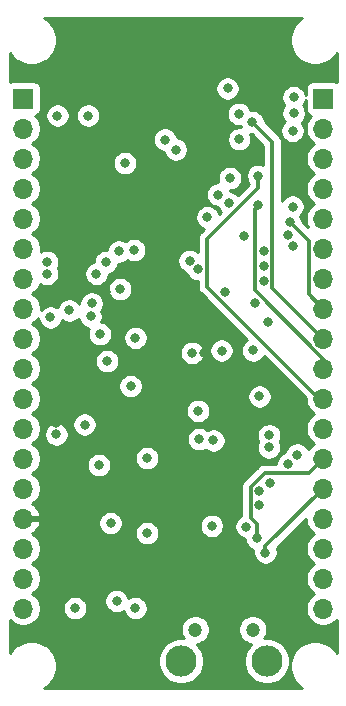
<source format=gbr>
%TF.GenerationSoftware,KiCad,Pcbnew,(5.1.7-0-10_14)*%
%TF.CreationDate,2020-11-01T22:18:58+09:00*%
%TF.ProjectId,esp32-dev,65737033-322d-4646-9576-2e6b69636164,rev?*%
%TF.SameCoordinates,Original*%
%TF.FileFunction,Copper,L2,Inr*%
%TF.FilePolarity,Positive*%
%FSLAX46Y46*%
G04 Gerber Fmt 4.6, Leading zero omitted, Abs format (unit mm)*
G04 Created by KiCad (PCBNEW (5.1.7-0-10_14)) date 2020-11-01 22:18:58*
%MOMM*%
%LPD*%
G01*
G04 APERTURE LIST*
%TA.AperFunction,ComponentPad*%
%ADD10C,1.200000*%
%TD*%
%TA.AperFunction,ComponentPad*%
%ADD11C,2.640000*%
%TD*%
%TA.AperFunction,ComponentPad*%
%ADD12O,1.700000X1.700000*%
%TD*%
%TA.AperFunction,ComponentPad*%
%ADD13R,1.700000X1.700000*%
%TD*%
%TA.AperFunction,ViaPad*%
%ADD14C,0.800000*%
%TD*%
%TA.AperFunction,Conductor*%
%ADD15C,0.300000*%
%TD*%
%TA.AperFunction,Conductor*%
%ADD16C,0.254000*%
%TD*%
%TA.AperFunction,Conductor*%
%ADD17C,0.100000*%
%TD*%
G04 APERTURE END LIST*
D10*
%TO.N,N/C*%
%TO.C,J2*%
X135575000Y-114020000D03*
X140425000Y-114020000D03*
D11*
X134375000Y-116700000D03*
X141625000Y-116700000D03*
%TD*%
D12*
%TO.N,VBUS*%
%TO.C,J5*%
X121000000Y-112240000D03*
%TO.N,VDD*%
X121000000Y-109700000D03*
%TO.N,Net-(J5-Pad16)*%
X121000000Y-107160000D03*
%TO.N,GND*%
X121000000Y-104620000D03*
%TO.N,+BATT*%
X121000000Y-102080000D03*
%TO.N,EN*%
X121000000Y-99540000D03*
%TO.N,Net-(J5-Pad12)*%
X121000000Y-97000000D03*
%TO.N,Net-(J5-Pad11)*%
X121000000Y-94460000D03*
%TO.N,IO2*%
X121000000Y-91920000D03*
%TO.N,IO5*%
X121000000Y-89380000D03*
%TO.N,IO13*%
X121000000Y-86840000D03*
%TO.N,IO33*%
X121000000Y-84300000D03*
%TO.N,IO32*%
X121000000Y-81760000D03*
%TO.N,IO27*%
X121000000Y-79220000D03*
%TO.N,IO26_DAC2*%
X121000000Y-76680000D03*
%TO.N,IO25_DAC1*%
X121000000Y-74140000D03*
%TO.N,TXD0*%
X121000000Y-71600000D03*
D13*
%TO.N,RXD0*%
X121000000Y-69060000D03*
%TD*%
%TO.N,I36*%
%TO.C,J6*%
X146400000Y-69060000D03*
D12*
%TO.N,I39*%
X146400000Y-71600000D03*
%TO.N,I34*%
X146400000Y-74140000D03*
%TO.N,I35*%
X146400000Y-76680000D03*
%TO.N,IO15*%
X146400000Y-79220000D03*
%TO.N,Net-(J6-Pad6)*%
X146400000Y-81760000D03*
%TO.N,GPIO0*%
X146400000Y-84300000D03*
%TO.N,IO18*%
X146400000Y-86840000D03*
%TO.N,IO23*%
X146400000Y-89380000D03*
%TO.N,IO19*%
X146400000Y-91920000D03*
%TO.N,IO21*%
X146400000Y-94460000D03*
%TO.N,IO22*%
X146400000Y-97000000D03*
%TO.N,IO14*%
X146400000Y-99540000D03*
%TO.N,IO12*%
X146400000Y-102080000D03*
%TO.N,IO4*%
X146400000Y-104620000D03*
%TO.N,IO16*%
X146400000Y-107160000D03*
%TO.N,IO17*%
X146400000Y-109700000D03*
%TO.N,RESET*%
X146400000Y-112240000D03*
%TD*%
D14*
%TO.N,GND*%
X132700000Y-78500000D03*
X132700000Y-77100000D03*
X132700000Y-75700000D03*
X131000000Y-75700000D03*
X131000000Y-77100000D03*
X131000000Y-78500000D03*
X134400000Y-78500000D03*
X134400000Y-77100000D03*
X134400000Y-75700000D03*
X131800000Y-96400000D03*
X135100000Y-99200000D03*
X139300000Y-99300000D03*
X129000000Y-106900000D03*
X126000000Y-106900000D03*
X123700000Y-106800000D03*
X123600000Y-103100000D03*
X126200000Y-103100000D03*
X136300000Y-90600000D03*
X125500000Y-89100000D03*
X124900000Y-90000000D03*
X123500000Y-90100000D03*
X128000000Y-85400000D03*
X126500000Y-69200000D03*
X140900000Y-69300000D03*
X127000000Y-117600000D03*
X139300000Y-115100000D03*
X138000000Y-93000000D03*
X136900000Y-93000000D03*
X132800000Y-111600000D03*
X134300000Y-107500000D03*
X135600000Y-111000000D03*
X123800000Y-96500000D03*
X124900000Y-95100000D03*
%TO.N,I35*%
X123800000Y-97500000D03*
%TO.N,+BATT*%
X128400000Y-105000000D03*
X128900000Y-111600000D03*
%TO.N,VDD*%
X141900000Y-101600000D03*
X126500000Y-70500000D03*
%TO.N,Net-(C2-Pad1)*%
X131500000Y-105850000D03*
X131500000Y-99500000D03*
%TO.N,VDD*%
X123900000Y-70500000D03*
X127500000Y-89000000D03*
X130100000Y-93400000D03*
X141000000Y-94281998D03*
X136961108Y-105238892D03*
%TO.N,+BATT*%
X127400000Y-100100000D03*
%TO.N,RESET*%
X141700000Y-88000000D03*
X140600000Y-86400000D03*
X141800000Y-98600000D03*
%TO.N,VBUS*%
X130500000Y-112200000D03*
X125400000Y-112200000D03*
%TO.N,IO21*%
X140900000Y-75600000D03*
%TO.N,IO17*%
X141350000Y-82000000D03*
X144200000Y-99213680D03*
X141000000Y-103500000D03*
%TO.N,IO16*%
X141350000Y-83200000D03*
X143450000Y-100000000D03*
X141000000Y-102300000D03*
%TO.N,DTR*%
X140472295Y-90383365D03*
X137800000Y-90400000D03*
%TO.N,RTS*%
X141830331Y-97569669D03*
X139900000Y-105300000D03*
%TO.N,CH340GND*%
X135300000Y-90600000D03*
X135800000Y-95500000D03*
%TO.N,TXD0*%
X137100000Y-98000000D03*
X135800000Y-83500000D03*
X138462170Y-77937830D03*
X138500000Y-75800000D03*
%TO.N,RXD0*%
X139252831Y-70347169D03*
X139292169Y-72507831D03*
X135900000Y-97900000D03*
X135092892Y-82792892D03*
X137500000Y-77200000D03*
%TO.N,I35*%
X126197887Y-96669036D03*
X128099989Y-91300000D03*
X130500000Y-89324999D03*
X130400000Y-81900000D03*
X143800000Y-78200000D03*
X136600000Y-79100000D03*
%TO.N,I36*%
X138300000Y-68200000D03*
X133000000Y-72535000D03*
%TO.N,I39*%
X143900000Y-68950000D03*
X133912170Y-73387830D03*
%TO.N,I34*%
X143900000Y-70300000D03*
X129599998Y-74537829D03*
%TO.N,IO32*%
X123007168Y-82892832D03*
X128000000Y-82900000D03*
%TO.N,IO33*%
X123000000Y-83900000D03*
X127200000Y-83900000D03*
%TO.N,IO14*%
X126800000Y-86400000D03*
X140800000Y-106300000D03*
%TO.N,IO12*%
X126700000Y-87500000D03*
X141500000Y-107500000D03*
%TO.N,IO13*%
X124900000Y-87000000D03*
X129200000Y-85200000D03*
%TO.N,IO15*%
X138100000Y-85400000D03*
X143800002Y-81536331D03*
%TO.N,IO4*%
X141350000Y-84500000D03*
%TO.N,IO5*%
X123300000Y-87590000D03*
X129100000Y-82000000D03*
X139700000Y-80700000D03*
X143400000Y-80600000D03*
%TO.N,IO18*%
X143558955Y-79501707D03*
%TO.N,IO19*%
X140900000Y-78100000D03*
%TO.N,IO22*%
X143800000Y-71800000D03*
%TO.N,IO23*%
X140405375Y-71050000D03*
%TD*%
D15*
%TO.N,IO21*%
X140900000Y-76610002D02*
X140900000Y-75600000D01*
X136564581Y-80945421D02*
X140900000Y-76610002D01*
X146049998Y-94460000D02*
X136564581Y-84974583D01*
X136564581Y-84974583D02*
X136564581Y-80945421D01*
X146400000Y-94460000D02*
X146049998Y-94460000D01*
%TO.N,IO14*%
X145189999Y-100750001D02*
X146400000Y-99540000D01*
X141439997Y-100750001D02*
X145189999Y-100750001D01*
X140249999Y-101939999D02*
X141439997Y-100750001D01*
X140249999Y-104539997D02*
X140249999Y-101939999D01*
X140800000Y-105089998D02*
X140249999Y-104539997D01*
X140800000Y-106300000D02*
X140800000Y-105089998D01*
%TO.N,IO12*%
X145920000Y-102080000D02*
X146400000Y-102080000D01*
X141500000Y-106980000D02*
X141500000Y-107500000D01*
X146400000Y-102080000D02*
X141500000Y-106980000D01*
%TO.N,IO18*%
X145199999Y-85639999D02*
X145199999Y-81142751D01*
X145199999Y-81142751D02*
X143558955Y-79501707D01*
X146400000Y-86840000D02*
X145199999Y-85639999D01*
%TO.N,IO19*%
X146400000Y-91089998D02*
X140599999Y-85289997D01*
X140599999Y-78400001D02*
X140900000Y-78100000D01*
X140599999Y-85289997D02*
X140599999Y-78400001D01*
X146400000Y-91920000D02*
X146400000Y-91089998D01*
%TO.N,IO23*%
X142100001Y-72744626D02*
X140405375Y-71050000D01*
X142100001Y-85080001D02*
X142100001Y-72744626D01*
X146400000Y-89380000D02*
X142100001Y-85080001D01*
%TD*%
D16*
%TO.N,GND*%
X144339017Y-62441637D02*
X144041637Y-62739017D01*
X143807988Y-63088698D01*
X143647047Y-63477244D01*
X143565000Y-63889721D01*
X143565000Y-64310279D01*
X143647047Y-64722756D01*
X143807988Y-65111302D01*
X144041637Y-65460983D01*
X144339017Y-65758363D01*
X144688698Y-65992012D01*
X145077244Y-66152953D01*
X145489721Y-66235000D01*
X145910279Y-66235000D01*
X146322756Y-66152953D01*
X146711302Y-65992012D01*
X147060983Y-65758363D01*
X147358363Y-65460983D01*
X147540001Y-65189142D01*
X147540001Y-67644990D01*
X147494180Y-67620498D01*
X147374482Y-67584188D01*
X147250000Y-67571928D01*
X145550000Y-67571928D01*
X145425518Y-67584188D01*
X145305820Y-67620498D01*
X145195506Y-67679463D01*
X145098815Y-67758815D01*
X145019463Y-67855506D01*
X144960498Y-67965820D01*
X144924188Y-68085518D01*
X144911928Y-68210000D01*
X144911928Y-68732069D01*
X144895226Y-68648102D01*
X144817205Y-68459744D01*
X144703937Y-68290226D01*
X144559774Y-68146063D01*
X144390256Y-68032795D01*
X144201898Y-67954774D01*
X144001939Y-67915000D01*
X143798061Y-67915000D01*
X143598102Y-67954774D01*
X143409744Y-68032795D01*
X143240226Y-68146063D01*
X143096063Y-68290226D01*
X142982795Y-68459744D01*
X142904774Y-68648102D01*
X142865000Y-68848061D01*
X142865000Y-69051939D01*
X142904774Y-69251898D01*
X142982795Y-69440256D01*
X143096063Y-69609774D01*
X143111289Y-69625000D01*
X143096063Y-69640226D01*
X142982795Y-69809744D01*
X142904774Y-69998102D01*
X142865000Y-70198061D01*
X142865000Y-70401939D01*
X142904774Y-70601898D01*
X142982795Y-70790256D01*
X143096063Y-70959774D01*
X143136289Y-71000000D01*
X142996063Y-71140226D01*
X142882795Y-71309744D01*
X142804774Y-71498102D01*
X142765000Y-71698061D01*
X142765000Y-71901939D01*
X142804774Y-72101898D01*
X142882795Y-72290256D01*
X142996063Y-72459774D01*
X143140226Y-72603937D01*
X143309744Y-72717205D01*
X143498102Y-72795226D01*
X143698061Y-72835000D01*
X143901939Y-72835000D01*
X144101898Y-72795226D01*
X144290256Y-72717205D01*
X144459774Y-72603937D01*
X144603937Y-72459774D01*
X144717205Y-72290256D01*
X144795226Y-72101898D01*
X144835000Y-71901939D01*
X144835000Y-71698061D01*
X144795226Y-71498102D01*
X144717205Y-71309744D01*
X144603937Y-71140226D01*
X144563711Y-71100000D01*
X144703937Y-70959774D01*
X144817205Y-70790256D01*
X144895226Y-70601898D01*
X144935000Y-70401939D01*
X144935000Y-70198061D01*
X144895226Y-69998102D01*
X144817205Y-69809744D01*
X144703937Y-69640226D01*
X144688711Y-69625000D01*
X144703937Y-69609774D01*
X144817205Y-69440256D01*
X144895226Y-69251898D01*
X144911928Y-69167931D01*
X144911928Y-69910000D01*
X144924188Y-70034482D01*
X144960498Y-70154180D01*
X145019463Y-70264494D01*
X145098815Y-70361185D01*
X145195506Y-70440537D01*
X145305820Y-70499502D01*
X145378380Y-70521513D01*
X145246525Y-70653368D01*
X145084010Y-70896589D01*
X144972068Y-71166842D01*
X144915000Y-71453740D01*
X144915000Y-71746260D01*
X144972068Y-72033158D01*
X145084010Y-72303411D01*
X145246525Y-72546632D01*
X145453368Y-72753475D01*
X145627760Y-72870000D01*
X145453368Y-72986525D01*
X145246525Y-73193368D01*
X145084010Y-73436589D01*
X144972068Y-73706842D01*
X144915000Y-73993740D01*
X144915000Y-74286260D01*
X144972068Y-74573158D01*
X145084010Y-74843411D01*
X145246525Y-75086632D01*
X145453368Y-75293475D01*
X145627760Y-75410000D01*
X145453368Y-75526525D01*
X145246525Y-75733368D01*
X145084010Y-75976589D01*
X144972068Y-76246842D01*
X144915000Y-76533740D01*
X144915000Y-76826260D01*
X144972068Y-77113158D01*
X145084010Y-77383411D01*
X145246525Y-77626632D01*
X145453368Y-77833475D01*
X145627760Y-77950000D01*
X145453368Y-78066525D01*
X145246525Y-78273368D01*
X145084010Y-78516589D01*
X144972068Y-78786842D01*
X144915000Y-79073740D01*
X144915000Y-79366260D01*
X144972068Y-79653158D01*
X145079197Y-79911792D01*
X144593955Y-79426550D01*
X144593955Y-79399768D01*
X144554181Y-79199809D01*
X144476160Y-79011451D01*
X144466587Y-78997124D01*
X144603937Y-78859774D01*
X144717205Y-78690256D01*
X144795226Y-78501898D01*
X144835000Y-78301939D01*
X144835000Y-78098061D01*
X144795226Y-77898102D01*
X144717205Y-77709744D01*
X144603937Y-77540226D01*
X144459774Y-77396063D01*
X144290256Y-77282795D01*
X144101898Y-77204774D01*
X143901939Y-77165000D01*
X143698061Y-77165000D01*
X143498102Y-77204774D01*
X143309744Y-77282795D01*
X143140226Y-77396063D01*
X142996063Y-77540226D01*
X142885001Y-77706442D01*
X142885001Y-72783178D01*
X142888798Y-72744625D01*
X142885001Y-72706072D01*
X142885001Y-72706065D01*
X142873642Y-72590739D01*
X142828755Y-72442766D01*
X142755863Y-72306393D01*
X142657765Y-72186862D01*
X142627817Y-72162284D01*
X141440375Y-70974843D01*
X141440375Y-70948061D01*
X141400601Y-70748102D01*
X141322580Y-70559744D01*
X141209312Y-70390226D01*
X141065149Y-70246063D01*
X140895631Y-70132795D01*
X140707273Y-70054774D01*
X140507314Y-70015000D01*
X140303436Y-70015000D01*
X140240688Y-70027481D01*
X140170036Y-69856913D01*
X140056768Y-69687395D01*
X139912605Y-69543232D01*
X139743087Y-69429964D01*
X139554729Y-69351943D01*
X139354770Y-69312169D01*
X139150892Y-69312169D01*
X138950933Y-69351943D01*
X138762575Y-69429964D01*
X138593057Y-69543232D01*
X138448894Y-69687395D01*
X138335626Y-69856913D01*
X138257605Y-70045271D01*
X138217831Y-70245230D01*
X138217831Y-70449108D01*
X138257605Y-70649067D01*
X138335626Y-70837425D01*
X138448894Y-71006943D01*
X138593057Y-71151106D01*
X138762575Y-71264374D01*
X138950933Y-71342395D01*
X139150892Y-71382169D01*
X139354770Y-71382169D01*
X139417518Y-71369688D01*
X139466180Y-71487167D01*
X139394108Y-71472831D01*
X139190230Y-71472831D01*
X138990271Y-71512605D01*
X138801913Y-71590626D01*
X138632395Y-71703894D01*
X138488232Y-71848057D01*
X138374964Y-72017575D01*
X138296943Y-72205933D01*
X138257169Y-72405892D01*
X138257169Y-72609770D01*
X138296943Y-72809729D01*
X138374964Y-72998087D01*
X138488232Y-73167605D01*
X138632395Y-73311768D01*
X138801913Y-73425036D01*
X138990271Y-73503057D01*
X139190230Y-73542831D01*
X139394108Y-73542831D01*
X139594067Y-73503057D01*
X139782425Y-73425036D01*
X139951943Y-73311768D01*
X140096106Y-73167605D01*
X140209374Y-72998087D01*
X140287395Y-72809729D01*
X140327169Y-72609770D01*
X140327169Y-72405892D01*
X140287395Y-72205933D01*
X140231364Y-72070664D01*
X140303436Y-72085000D01*
X140330218Y-72085000D01*
X141315002Y-73069785D01*
X141315002Y-74651623D01*
X141201898Y-74604774D01*
X141001939Y-74565000D01*
X140798061Y-74565000D01*
X140598102Y-74604774D01*
X140409744Y-74682795D01*
X140240226Y-74796063D01*
X140096063Y-74940226D01*
X139982795Y-75109744D01*
X139904774Y-75298102D01*
X139865000Y-75498061D01*
X139865000Y-75701939D01*
X139904774Y-75901898D01*
X139982795Y-76090256D01*
X140096063Y-76259774D01*
X140115000Y-76278711D01*
X140115000Y-76284844D01*
X139193948Y-77205897D01*
X139121944Y-77133893D01*
X138952426Y-77020625D01*
X138764068Y-76942604D01*
X138564109Y-76902830D01*
X138496166Y-76902830D01*
X138495226Y-76898102D01*
X138469088Y-76835000D01*
X138601939Y-76835000D01*
X138801898Y-76795226D01*
X138990256Y-76717205D01*
X139159774Y-76603937D01*
X139303937Y-76459774D01*
X139417205Y-76290256D01*
X139495226Y-76101898D01*
X139535000Y-75901939D01*
X139535000Y-75698061D01*
X139495226Y-75498102D01*
X139417205Y-75309744D01*
X139303937Y-75140226D01*
X139159774Y-74996063D01*
X138990256Y-74882795D01*
X138801898Y-74804774D01*
X138601939Y-74765000D01*
X138398061Y-74765000D01*
X138198102Y-74804774D01*
X138009744Y-74882795D01*
X137840226Y-74996063D01*
X137696063Y-75140226D01*
X137582795Y-75309744D01*
X137504774Y-75498102D01*
X137465000Y-75698061D01*
X137465000Y-75901939D01*
X137504774Y-76101898D01*
X137530912Y-76165000D01*
X137398061Y-76165000D01*
X137198102Y-76204774D01*
X137009744Y-76282795D01*
X136840226Y-76396063D01*
X136696063Y-76540226D01*
X136582795Y-76709744D01*
X136504774Y-76898102D01*
X136465000Y-77098061D01*
X136465000Y-77301939D01*
X136504774Y-77501898D01*
X136582795Y-77690256D01*
X136696063Y-77859774D01*
X136840226Y-78003937D01*
X137009744Y-78117205D01*
X137198102Y-78195226D01*
X137398061Y-78235000D01*
X137466004Y-78235000D01*
X137466944Y-78239728D01*
X137544965Y-78428086D01*
X137658233Y-78597604D01*
X137730237Y-78669608D01*
X137596307Y-78803537D01*
X137595226Y-78798102D01*
X137517205Y-78609744D01*
X137403937Y-78440226D01*
X137259774Y-78296063D01*
X137090256Y-78182795D01*
X136901898Y-78104774D01*
X136701939Y-78065000D01*
X136498061Y-78065000D01*
X136298102Y-78104774D01*
X136109744Y-78182795D01*
X135940226Y-78296063D01*
X135796063Y-78440226D01*
X135682795Y-78609744D01*
X135604774Y-78798102D01*
X135565000Y-78998061D01*
X135565000Y-79201939D01*
X135604774Y-79401898D01*
X135682795Y-79590256D01*
X135796063Y-79759774D01*
X135940226Y-79903937D01*
X136109744Y-80017205D01*
X136298102Y-80095226D01*
X136303538Y-80096307D01*
X136036766Y-80363079D01*
X136006818Y-80387657D01*
X135982240Y-80417605D01*
X135982236Y-80417609D01*
X135949271Y-80457777D01*
X135908720Y-80507188D01*
X135892942Y-80536707D01*
X135835827Y-80643562D01*
X135790940Y-80791535D01*
X135775784Y-80945421D01*
X135779582Y-80983984D01*
X135779582Y-82015871D01*
X135752666Y-81988955D01*
X135583148Y-81875687D01*
X135394790Y-81797666D01*
X135194831Y-81757892D01*
X134990953Y-81757892D01*
X134790994Y-81797666D01*
X134602636Y-81875687D01*
X134433118Y-81988955D01*
X134288955Y-82133118D01*
X134175687Y-82302636D01*
X134097666Y-82490994D01*
X134057892Y-82690953D01*
X134057892Y-82894831D01*
X134097666Y-83094790D01*
X134175687Y-83283148D01*
X134288955Y-83452666D01*
X134433118Y-83596829D01*
X134602636Y-83710097D01*
X134790994Y-83788118D01*
X134802488Y-83790404D01*
X134804774Y-83801898D01*
X134882795Y-83990256D01*
X134996063Y-84159774D01*
X135140226Y-84303937D01*
X135309744Y-84417205D01*
X135498102Y-84495226D01*
X135698061Y-84535000D01*
X135779581Y-84535000D01*
X135779581Y-84936030D01*
X135775784Y-84974583D01*
X135779581Y-85013136D01*
X135779581Y-85013143D01*
X135790940Y-85128469D01*
X135835827Y-85276442D01*
X135908719Y-85412815D01*
X136006817Y-85532347D01*
X136036771Y-85556930D01*
X139960436Y-89480595D01*
X139812521Y-89579428D01*
X139668358Y-89723591D01*
X139555090Y-89893109D01*
X139477069Y-90081467D01*
X139437295Y-90281426D01*
X139437295Y-90485304D01*
X139477069Y-90685263D01*
X139555090Y-90873621D01*
X139668358Y-91043139D01*
X139812521Y-91187302D01*
X139982039Y-91300570D01*
X140170397Y-91378591D01*
X140370356Y-91418365D01*
X140574234Y-91418365D01*
X140774193Y-91378591D01*
X140962551Y-91300570D01*
X141132069Y-91187302D01*
X141276232Y-91043139D01*
X141375065Y-90895225D01*
X144915000Y-94435160D01*
X144915000Y-94606260D01*
X144972068Y-94893158D01*
X145084010Y-95163411D01*
X145246525Y-95406632D01*
X145453368Y-95613475D01*
X145627760Y-95730000D01*
X145453368Y-95846525D01*
X145246525Y-96053368D01*
X145084010Y-96296589D01*
X144972068Y-96566842D01*
X144915000Y-96853740D01*
X144915000Y-97146260D01*
X144972068Y-97433158D01*
X145084010Y-97703411D01*
X145246525Y-97946632D01*
X145453368Y-98153475D01*
X145627760Y-98270000D01*
X145453368Y-98386525D01*
X145246525Y-98593368D01*
X145133438Y-98762614D01*
X145117205Y-98723424D01*
X145003937Y-98553906D01*
X144859774Y-98409743D01*
X144690256Y-98296475D01*
X144501898Y-98218454D01*
X144301939Y-98178680D01*
X144098061Y-98178680D01*
X143898102Y-98218454D01*
X143709744Y-98296475D01*
X143540226Y-98409743D01*
X143396063Y-98553906D01*
X143282795Y-98723424D01*
X143204774Y-98911782D01*
X143187850Y-98996868D01*
X143148102Y-99004774D01*
X142959744Y-99082795D01*
X142790226Y-99196063D01*
X142646063Y-99340226D01*
X142532795Y-99509744D01*
X142454774Y-99698102D01*
X142415000Y-99898061D01*
X142415000Y-99965001D01*
X141478549Y-99965001D01*
X141439996Y-99961204D01*
X141401443Y-99965001D01*
X141401436Y-99965001D01*
X141300487Y-99974944D01*
X141286109Y-99976360D01*
X141251669Y-99986807D01*
X141138137Y-100021247D01*
X141001764Y-100094139D01*
X140956990Y-100130885D01*
X140912184Y-100167656D01*
X140912181Y-100167659D01*
X140882233Y-100192237D01*
X140857655Y-100222186D01*
X139722184Y-101357657D01*
X139692236Y-101382235D01*
X139667658Y-101412183D01*
X139667654Y-101412187D01*
X139634689Y-101452355D01*
X139594138Y-101501766D01*
X139576374Y-101535001D01*
X139521245Y-101638140D01*
X139476358Y-101786113D01*
X139461202Y-101939999D01*
X139465000Y-101978562D01*
X139464999Y-104359907D01*
X139409744Y-104382795D01*
X139240226Y-104496063D01*
X139096063Y-104640226D01*
X138982795Y-104809744D01*
X138904774Y-104998102D01*
X138865000Y-105198061D01*
X138865000Y-105401939D01*
X138904774Y-105601898D01*
X138982795Y-105790256D01*
X139096063Y-105959774D01*
X139240226Y-106103937D01*
X139409744Y-106217205D01*
X139598102Y-106295226D01*
X139765000Y-106328424D01*
X139765000Y-106401939D01*
X139804774Y-106601898D01*
X139882795Y-106790256D01*
X139996063Y-106959774D01*
X140140226Y-107103937D01*
X140309744Y-107217205D01*
X140486418Y-107290386D01*
X140465000Y-107398061D01*
X140465000Y-107601939D01*
X140504774Y-107801898D01*
X140582795Y-107990256D01*
X140696063Y-108159774D01*
X140840226Y-108303937D01*
X141009744Y-108417205D01*
X141198102Y-108495226D01*
X141398061Y-108535000D01*
X141601939Y-108535000D01*
X141801898Y-108495226D01*
X141990256Y-108417205D01*
X142159774Y-108303937D01*
X142303937Y-108159774D01*
X142417205Y-107990256D01*
X142495226Y-107801898D01*
X142535000Y-107601939D01*
X142535000Y-107398061D01*
X142495226Y-107198102D01*
X142465008Y-107125149D01*
X144915000Y-104675158D01*
X144915000Y-104766260D01*
X144972068Y-105053158D01*
X145084010Y-105323411D01*
X145246525Y-105566632D01*
X145453368Y-105773475D01*
X145627760Y-105890000D01*
X145453368Y-106006525D01*
X145246525Y-106213368D01*
X145084010Y-106456589D01*
X144972068Y-106726842D01*
X144915000Y-107013740D01*
X144915000Y-107306260D01*
X144972068Y-107593158D01*
X145084010Y-107863411D01*
X145246525Y-108106632D01*
X145453368Y-108313475D01*
X145627760Y-108430000D01*
X145453368Y-108546525D01*
X145246525Y-108753368D01*
X145084010Y-108996589D01*
X144972068Y-109266842D01*
X144915000Y-109553740D01*
X144915000Y-109846260D01*
X144972068Y-110133158D01*
X145084010Y-110403411D01*
X145246525Y-110646632D01*
X145453368Y-110853475D01*
X145627760Y-110970000D01*
X145453368Y-111086525D01*
X145246525Y-111293368D01*
X145084010Y-111536589D01*
X144972068Y-111806842D01*
X144915000Y-112093740D01*
X144915000Y-112386260D01*
X144972068Y-112673158D01*
X145084010Y-112943411D01*
X145246525Y-113186632D01*
X145453368Y-113393475D01*
X145696589Y-113555990D01*
X145966842Y-113667932D01*
X146253740Y-113725000D01*
X146546260Y-113725000D01*
X146833158Y-113667932D01*
X147103411Y-113555990D01*
X147346632Y-113393475D01*
X147540000Y-113200107D01*
X147540000Y-116010856D01*
X147358363Y-115739017D01*
X147060983Y-115441637D01*
X146711302Y-115207988D01*
X146322756Y-115047047D01*
X145910279Y-114965000D01*
X145489721Y-114965000D01*
X145077244Y-115047047D01*
X144688698Y-115207988D01*
X144339017Y-115441637D01*
X144041637Y-115739017D01*
X143807988Y-116088698D01*
X143647047Y-116477244D01*
X143580000Y-116814311D01*
X143580000Y-116507449D01*
X143504870Y-116129748D01*
X143357498Y-115773960D01*
X143143547Y-115453760D01*
X142871240Y-115181453D01*
X142551040Y-114967502D01*
X142195252Y-114820130D01*
X141817551Y-114745000D01*
X141432449Y-114745000D01*
X141424888Y-114746504D01*
X141519443Y-114604992D01*
X141612540Y-114380236D01*
X141660000Y-114141637D01*
X141660000Y-113898363D01*
X141612540Y-113659764D01*
X141519443Y-113435008D01*
X141384287Y-113232733D01*
X141212267Y-113060713D01*
X141009992Y-112925557D01*
X140785236Y-112832460D01*
X140546637Y-112785000D01*
X140303363Y-112785000D01*
X140064764Y-112832460D01*
X139840008Y-112925557D01*
X139637733Y-113060713D01*
X139465713Y-113232733D01*
X139330557Y-113435008D01*
X139237460Y-113659764D01*
X139190000Y-113898363D01*
X139190000Y-114141637D01*
X139237460Y-114380236D01*
X139330557Y-114604992D01*
X139465713Y-114807267D01*
X139637733Y-114979287D01*
X139840008Y-115114443D01*
X140064764Y-115207540D01*
X140303363Y-115255000D01*
X140305213Y-115255000D01*
X140106453Y-115453760D01*
X139892502Y-115773960D01*
X139745130Y-116129748D01*
X139670000Y-116507449D01*
X139670000Y-116892551D01*
X139745130Y-117270252D01*
X139892502Y-117626040D01*
X140106453Y-117946240D01*
X140378760Y-118218547D01*
X140698960Y-118432498D01*
X141054748Y-118579870D01*
X141432449Y-118655000D01*
X141817551Y-118655000D01*
X142195252Y-118579870D01*
X142551040Y-118432498D01*
X142871240Y-118218547D01*
X143143547Y-117946240D01*
X143357498Y-117626040D01*
X143504870Y-117270252D01*
X143565000Y-116967960D01*
X143565000Y-117310279D01*
X143647047Y-117722756D01*
X143807988Y-118111302D01*
X144041637Y-118460983D01*
X144339017Y-118758363D01*
X144610856Y-118940000D01*
X122789144Y-118940000D01*
X123060983Y-118758363D01*
X123358363Y-118460983D01*
X123592012Y-118111302D01*
X123752953Y-117722756D01*
X123835000Y-117310279D01*
X123835000Y-116889721D01*
X123758962Y-116507449D01*
X132420000Y-116507449D01*
X132420000Y-116892551D01*
X132495130Y-117270252D01*
X132642502Y-117626040D01*
X132856453Y-117946240D01*
X133128760Y-118218547D01*
X133448960Y-118432498D01*
X133804748Y-118579870D01*
X134182449Y-118655000D01*
X134567551Y-118655000D01*
X134945252Y-118579870D01*
X135301040Y-118432498D01*
X135621240Y-118218547D01*
X135893547Y-117946240D01*
X136107498Y-117626040D01*
X136254870Y-117270252D01*
X136330000Y-116892551D01*
X136330000Y-116507449D01*
X136254870Y-116129748D01*
X136107498Y-115773960D01*
X135893547Y-115453760D01*
X135694787Y-115255000D01*
X135696637Y-115255000D01*
X135935236Y-115207540D01*
X136159992Y-115114443D01*
X136362267Y-114979287D01*
X136534287Y-114807267D01*
X136669443Y-114604992D01*
X136762540Y-114380236D01*
X136810000Y-114141637D01*
X136810000Y-113898363D01*
X136762540Y-113659764D01*
X136669443Y-113435008D01*
X136534287Y-113232733D01*
X136362267Y-113060713D01*
X136159992Y-112925557D01*
X135935236Y-112832460D01*
X135696637Y-112785000D01*
X135453363Y-112785000D01*
X135214764Y-112832460D01*
X134990008Y-112925557D01*
X134787733Y-113060713D01*
X134615713Y-113232733D01*
X134480557Y-113435008D01*
X134387460Y-113659764D01*
X134340000Y-113898363D01*
X134340000Y-114141637D01*
X134387460Y-114380236D01*
X134480557Y-114604992D01*
X134575112Y-114746504D01*
X134567551Y-114745000D01*
X134182449Y-114745000D01*
X133804748Y-114820130D01*
X133448960Y-114967502D01*
X133128760Y-115181453D01*
X132856453Y-115453760D01*
X132642502Y-115773960D01*
X132495130Y-116129748D01*
X132420000Y-116507449D01*
X123758962Y-116507449D01*
X123752953Y-116477244D01*
X123592012Y-116088698D01*
X123358363Y-115739017D01*
X123060983Y-115441637D01*
X122711302Y-115207988D01*
X122322756Y-115047047D01*
X121910279Y-114965000D01*
X121489721Y-114965000D01*
X121077244Y-115047047D01*
X120688698Y-115207988D01*
X120339017Y-115441637D01*
X120041637Y-115739017D01*
X119860000Y-116010856D01*
X119860000Y-113200107D01*
X120053368Y-113393475D01*
X120296589Y-113555990D01*
X120566842Y-113667932D01*
X120853740Y-113725000D01*
X121146260Y-113725000D01*
X121433158Y-113667932D01*
X121703411Y-113555990D01*
X121946632Y-113393475D01*
X122153475Y-113186632D01*
X122315990Y-112943411D01*
X122427932Y-112673158D01*
X122485000Y-112386260D01*
X122485000Y-112098061D01*
X124365000Y-112098061D01*
X124365000Y-112301939D01*
X124404774Y-112501898D01*
X124482795Y-112690256D01*
X124596063Y-112859774D01*
X124740226Y-113003937D01*
X124909744Y-113117205D01*
X125098102Y-113195226D01*
X125298061Y-113235000D01*
X125501939Y-113235000D01*
X125701898Y-113195226D01*
X125890256Y-113117205D01*
X126059774Y-113003937D01*
X126203937Y-112859774D01*
X126317205Y-112690256D01*
X126395226Y-112501898D01*
X126435000Y-112301939D01*
X126435000Y-112098061D01*
X126395226Y-111898102D01*
X126317205Y-111709744D01*
X126203937Y-111540226D01*
X126161772Y-111498061D01*
X127865000Y-111498061D01*
X127865000Y-111701939D01*
X127904774Y-111901898D01*
X127982795Y-112090256D01*
X128096063Y-112259774D01*
X128240226Y-112403937D01*
X128409744Y-112517205D01*
X128598102Y-112595226D01*
X128798061Y-112635000D01*
X129001939Y-112635000D01*
X129201898Y-112595226D01*
X129390256Y-112517205D01*
X129494027Y-112447868D01*
X129504774Y-112501898D01*
X129582795Y-112690256D01*
X129696063Y-112859774D01*
X129840226Y-113003937D01*
X130009744Y-113117205D01*
X130198102Y-113195226D01*
X130398061Y-113235000D01*
X130601939Y-113235000D01*
X130801898Y-113195226D01*
X130990256Y-113117205D01*
X131159774Y-113003937D01*
X131303937Y-112859774D01*
X131417205Y-112690256D01*
X131495226Y-112501898D01*
X131535000Y-112301939D01*
X131535000Y-112098061D01*
X131495226Y-111898102D01*
X131417205Y-111709744D01*
X131303937Y-111540226D01*
X131159774Y-111396063D01*
X130990256Y-111282795D01*
X130801898Y-111204774D01*
X130601939Y-111165000D01*
X130398061Y-111165000D01*
X130198102Y-111204774D01*
X130009744Y-111282795D01*
X129905973Y-111352132D01*
X129895226Y-111298102D01*
X129817205Y-111109744D01*
X129703937Y-110940226D01*
X129559774Y-110796063D01*
X129390256Y-110682795D01*
X129201898Y-110604774D01*
X129001939Y-110565000D01*
X128798061Y-110565000D01*
X128598102Y-110604774D01*
X128409744Y-110682795D01*
X128240226Y-110796063D01*
X128096063Y-110940226D01*
X127982795Y-111109744D01*
X127904774Y-111298102D01*
X127865000Y-111498061D01*
X126161772Y-111498061D01*
X126059774Y-111396063D01*
X125890256Y-111282795D01*
X125701898Y-111204774D01*
X125501939Y-111165000D01*
X125298061Y-111165000D01*
X125098102Y-111204774D01*
X124909744Y-111282795D01*
X124740226Y-111396063D01*
X124596063Y-111540226D01*
X124482795Y-111709744D01*
X124404774Y-111898102D01*
X124365000Y-112098061D01*
X122485000Y-112098061D01*
X122485000Y-112093740D01*
X122427932Y-111806842D01*
X122315990Y-111536589D01*
X122153475Y-111293368D01*
X121946632Y-111086525D01*
X121772240Y-110970000D01*
X121946632Y-110853475D01*
X122153475Y-110646632D01*
X122315990Y-110403411D01*
X122427932Y-110133158D01*
X122485000Y-109846260D01*
X122485000Y-109553740D01*
X122427932Y-109266842D01*
X122315990Y-108996589D01*
X122153475Y-108753368D01*
X121946632Y-108546525D01*
X121772240Y-108430000D01*
X121946632Y-108313475D01*
X122153475Y-108106632D01*
X122315990Y-107863411D01*
X122427932Y-107593158D01*
X122485000Y-107306260D01*
X122485000Y-107013740D01*
X122427932Y-106726842D01*
X122315990Y-106456589D01*
X122153475Y-106213368D01*
X121946632Y-106006525D01*
X121764466Y-105884805D01*
X121881355Y-105815178D01*
X122097588Y-105620269D01*
X122271641Y-105386920D01*
X122396825Y-105124099D01*
X122441476Y-104976890D01*
X122399876Y-104898061D01*
X127365000Y-104898061D01*
X127365000Y-105101939D01*
X127404774Y-105301898D01*
X127482795Y-105490256D01*
X127596063Y-105659774D01*
X127740226Y-105803937D01*
X127909744Y-105917205D01*
X128098102Y-105995226D01*
X128298061Y-106035000D01*
X128501939Y-106035000D01*
X128701898Y-105995226D01*
X128890256Y-105917205D01*
X129059774Y-105803937D01*
X129115650Y-105748061D01*
X130465000Y-105748061D01*
X130465000Y-105951939D01*
X130504774Y-106151898D01*
X130582795Y-106340256D01*
X130696063Y-106509774D01*
X130840226Y-106653937D01*
X131009744Y-106767205D01*
X131198102Y-106845226D01*
X131398061Y-106885000D01*
X131601939Y-106885000D01*
X131801898Y-106845226D01*
X131990256Y-106767205D01*
X132159774Y-106653937D01*
X132303937Y-106509774D01*
X132417205Y-106340256D01*
X132495226Y-106151898D01*
X132535000Y-105951939D01*
X132535000Y-105748061D01*
X132495226Y-105548102D01*
X132417205Y-105359744D01*
X132303937Y-105190226D01*
X132250664Y-105136953D01*
X135926108Y-105136953D01*
X135926108Y-105340831D01*
X135965882Y-105540790D01*
X136043903Y-105729148D01*
X136157171Y-105898666D01*
X136301334Y-106042829D01*
X136470852Y-106156097D01*
X136659210Y-106234118D01*
X136859169Y-106273892D01*
X137063047Y-106273892D01*
X137263006Y-106234118D01*
X137451364Y-106156097D01*
X137620882Y-106042829D01*
X137765045Y-105898666D01*
X137878313Y-105729148D01*
X137956334Y-105540790D01*
X137996108Y-105340831D01*
X137996108Y-105136953D01*
X137956334Y-104936994D01*
X137878313Y-104748636D01*
X137765045Y-104579118D01*
X137620882Y-104434955D01*
X137451364Y-104321687D01*
X137263006Y-104243666D01*
X137063047Y-104203892D01*
X136859169Y-104203892D01*
X136659210Y-104243666D01*
X136470852Y-104321687D01*
X136301334Y-104434955D01*
X136157171Y-104579118D01*
X136043903Y-104748636D01*
X135965882Y-104936994D01*
X135926108Y-105136953D01*
X132250664Y-105136953D01*
X132159774Y-105046063D01*
X131990256Y-104932795D01*
X131801898Y-104854774D01*
X131601939Y-104815000D01*
X131398061Y-104815000D01*
X131198102Y-104854774D01*
X131009744Y-104932795D01*
X130840226Y-105046063D01*
X130696063Y-105190226D01*
X130582795Y-105359744D01*
X130504774Y-105548102D01*
X130465000Y-105748061D01*
X129115650Y-105748061D01*
X129203937Y-105659774D01*
X129317205Y-105490256D01*
X129395226Y-105301898D01*
X129435000Y-105101939D01*
X129435000Y-104898061D01*
X129395226Y-104698102D01*
X129317205Y-104509744D01*
X129203937Y-104340226D01*
X129059774Y-104196063D01*
X128890256Y-104082795D01*
X128701898Y-104004774D01*
X128501939Y-103965000D01*
X128298061Y-103965000D01*
X128098102Y-104004774D01*
X127909744Y-104082795D01*
X127740226Y-104196063D01*
X127596063Y-104340226D01*
X127482795Y-104509744D01*
X127404774Y-104698102D01*
X127365000Y-104898061D01*
X122399876Y-104898061D01*
X122320155Y-104747000D01*
X121127000Y-104747000D01*
X121127000Y-104767000D01*
X120873000Y-104767000D01*
X120873000Y-104747000D01*
X120853000Y-104747000D01*
X120853000Y-104493000D01*
X120873000Y-104493000D01*
X120873000Y-104473000D01*
X121127000Y-104473000D01*
X121127000Y-104493000D01*
X122320155Y-104493000D01*
X122441476Y-104263110D01*
X122396825Y-104115901D01*
X122271641Y-103853080D01*
X122097588Y-103619731D01*
X121881355Y-103424822D01*
X121764466Y-103355195D01*
X121946632Y-103233475D01*
X122153475Y-103026632D01*
X122315990Y-102783411D01*
X122427932Y-102513158D01*
X122485000Y-102226260D01*
X122485000Y-101933740D01*
X122427932Y-101646842D01*
X122315990Y-101376589D01*
X122153475Y-101133368D01*
X121946632Y-100926525D01*
X121772240Y-100810000D01*
X121946632Y-100693475D01*
X122153475Y-100486632D01*
X122315990Y-100243411D01*
X122417616Y-99998061D01*
X126365000Y-99998061D01*
X126365000Y-100201939D01*
X126404774Y-100401898D01*
X126482795Y-100590256D01*
X126596063Y-100759774D01*
X126740226Y-100903937D01*
X126909744Y-101017205D01*
X127098102Y-101095226D01*
X127298061Y-101135000D01*
X127501939Y-101135000D01*
X127701898Y-101095226D01*
X127890256Y-101017205D01*
X128059774Y-100903937D01*
X128203937Y-100759774D01*
X128317205Y-100590256D01*
X128395226Y-100401898D01*
X128435000Y-100201939D01*
X128435000Y-99998061D01*
X128395226Y-99798102D01*
X128317205Y-99609744D01*
X128203937Y-99440226D01*
X128161772Y-99398061D01*
X130465000Y-99398061D01*
X130465000Y-99601939D01*
X130504774Y-99801898D01*
X130582795Y-99990256D01*
X130696063Y-100159774D01*
X130840226Y-100303937D01*
X131009744Y-100417205D01*
X131198102Y-100495226D01*
X131398061Y-100535000D01*
X131601939Y-100535000D01*
X131801898Y-100495226D01*
X131990256Y-100417205D01*
X132159774Y-100303937D01*
X132303937Y-100159774D01*
X132417205Y-99990256D01*
X132495226Y-99801898D01*
X132535000Y-99601939D01*
X132535000Y-99398061D01*
X132495226Y-99198102D01*
X132417205Y-99009744D01*
X132303937Y-98840226D01*
X132159774Y-98696063D01*
X131990256Y-98582795D01*
X131801898Y-98504774D01*
X131601939Y-98465000D01*
X131398061Y-98465000D01*
X131198102Y-98504774D01*
X131009744Y-98582795D01*
X130840226Y-98696063D01*
X130696063Y-98840226D01*
X130582795Y-99009744D01*
X130504774Y-99198102D01*
X130465000Y-99398061D01*
X128161772Y-99398061D01*
X128059774Y-99296063D01*
X127890256Y-99182795D01*
X127701898Y-99104774D01*
X127501939Y-99065000D01*
X127298061Y-99065000D01*
X127098102Y-99104774D01*
X126909744Y-99182795D01*
X126740226Y-99296063D01*
X126596063Y-99440226D01*
X126482795Y-99609744D01*
X126404774Y-99798102D01*
X126365000Y-99998061D01*
X122417616Y-99998061D01*
X122427932Y-99973158D01*
X122485000Y-99686260D01*
X122485000Y-99393740D01*
X122427932Y-99106842D01*
X122315990Y-98836589D01*
X122153475Y-98593368D01*
X121946632Y-98386525D01*
X121772240Y-98270000D01*
X121946632Y-98153475D01*
X122153475Y-97946632D01*
X122315990Y-97703411D01*
X122427932Y-97433158D01*
X122434913Y-97398061D01*
X122765000Y-97398061D01*
X122765000Y-97601939D01*
X122804774Y-97801898D01*
X122882795Y-97990256D01*
X122996063Y-98159774D01*
X123140226Y-98303937D01*
X123309744Y-98417205D01*
X123498102Y-98495226D01*
X123698061Y-98535000D01*
X123901939Y-98535000D01*
X124101898Y-98495226D01*
X124290256Y-98417205D01*
X124459774Y-98303937D01*
X124603937Y-98159774D01*
X124717205Y-97990256D01*
X124795226Y-97801898D01*
X124795989Y-97798061D01*
X134865000Y-97798061D01*
X134865000Y-98001939D01*
X134904774Y-98201898D01*
X134982795Y-98390256D01*
X135096063Y-98559774D01*
X135240226Y-98703937D01*
X135409744Y-98817205D01*
X135598102Y-98895226D01*
X135798061Y-98935000D01*
X136001939Y-98935000D01*
X136201898Y-98895226D01*
X136390256Y-98817205D01*
X136428164Y-98791875D01*
X136440226Y-98803937D01*
X136609744Y-98917205D01*
X136798102Y-98995226D01*
X136998061Y-99035000D01*
X137201939Y-99035000D01*
X137401898Y-98995226D01*
X137590256Y-98917205D01*
X137759774Y-98803937D01*
X137903937Y-98659774D01*
X138011989Y-98498061D01*
X140765000Y-98498061D01*
X140765000Y-98701939D01*
X140804774Y-98901898D01*
X140882795Y-99090256D01*
X140996063Y-99259774D01*
X141140226Y-99403937D01*
X141309744Y-99517205D01*
X141498102Y-99595226D01*
X141698061Y-99635000D01*
X141901939Y-99635000D01*
X142101898Y-99595226D01*
X142290256Y-99517205D01*
X142459774Y-99403937D01*
X142603937Y-99259774D01*
X142717205Y-99090256D01*
X142795226Y-98901898D01*
X142835000Y-98701939D01*
X142835000Y-98498061D01*
X142795226Y-98298102D01*
X142717205Y-98109744D01*
X142715727Y-98107531D01*
X142747536Y-98059925D01*
X142825557Y-97871567D01*
X142865331Y-97671608D01*
X142865331Y-97467730D01*
X142825557Y-97267771D01*
X142747536Y-97079413D01*
X142634268Y-96909895D01*
X142490105Y-96765732D01*
X142320587Y-96652464D01*
X142132229Y-96574443D01*
X141932270Y-96534669D01*
X141728392Y-96534669D01*
X141528433Y-96574443D01*
X141340075Y-96652464D01*
X141170557Y-96765732D01*
X141026394Y-96909895D01*
X140913126Y-97079413D01*
X140835105Y-97267771D01*
X140795331Y-97467730D01*
X140795331Y-97671608D01*
X140835105Y-97871567D01*
X140913126Y-98059925D01*
X140914604Y-98062138D01*
X140882795Y-98109744D01*
X140804774Y-98298102D01*
X140765000Y-98498061D01*
X138011989Y-98498061D01*
X138017205Y-98490256D01*
X138095226Y-98301898D01*
X138135000Y-98101939D01*
X138135000Y-97898061D01*
X138095226Y-97698102D01*
X138017205Y-97509744D01*
X137903937Y-97340226D01*
X137759774Y-97196063D01*
X137590256Y-97082795D01*
X137401898Y-97004774D01*
X137201939Y-96965000D01*
X136998061Y-96965000D01*
X136798102Y-97004774D01*
X136609744Y-97082795D01*
X136571836Y-97108125D01*
X136559774Y-97096063D01*
X136390256Y-96982795D01*
X136201898Y-96904774D01*
X136001939Y-96865000D01*
X135798061Y-96865000D01*
X135598102Y-96904774D01*
X135409744Y-96982795D01*
X135240226Y-97096063D01*
X135096063Y-97240226D01*
X134982795Y-97409744D01*
X134904774Y-97598102D01*
X134865000Y-97798061D01*
X124795989Y-97798061D01*
X124835000Y-97601939D01*
X124835000Y-97398061D01*
X124795226Y-97198102D01*
X124717205Y-97009744D01*
X124603937Y-96840226D01*
X124459774Y-96696063D01*
X124290256Y-96582795D01*
X124252358Y-96567097D01*
X125162887Y-96567097D01*
X125162887Y-96770975D01*
X125202661Y-96970934D01*
X125280682Y-97159292D01*
X125393950Y-97328810D01*
X125538113Y-97472973D01*
X125707631Y-97586241D01*
X125895989Y-97664262D01*
X126095948Y-97704036D01*
X126299826Y-97704036D01*
X126499785Y-97664262D01*
X126688143Y-97586241D01*
X126857661Y-97472973D01*
X127001824Y-97328810D01*
X127115092Y-97159292D01*
X127193113Y-96970934D01*
X127232887Y-96770975D01*
X127232887Y-96567097D01*
X127193113Y-96367138D01*
X127115092Y-96178780D01*
X127001824Y-96009262D01*
X126857661Y-95865099D01*
X126688143Y-95751831D01*
X126499785Y-95673810D01*
X126299826Y-95634036D01*
X126095948Y-95634036D01*
X125895989Y-95673810D01*
X125707631Y-95751831D01*
X125538113Y-95865099D01*
X125393950Y-96009262D01*
X125280682Y-96178780D01*
X125202661Y-96367138D01*
X125162887Y-96567097D01*
X124252358Y-96567097D01*
X124101898Y-96504774D01*
X123901939Y-96465000D01*
X123698061Y-96465000D01*
X123498102Y-96504774D01*
X123309744Y-96582795D01*
X123140226Y-96696063D01*
X122996063Y-96840226D01*
X122882795Y-97009744D01*
X122804774Y-97198102D01*
X122765000Y-97398061D01*
X122434913Y-97398061D01*
X122485000Y-97146260D01*
X122485000Y-96853740D01*
X122427932Y-96566842D01*
X122315990Y-96296589D01*
X122153475Y-96053368D01*
X121946632Y-95846525D01*
X121772240Y-95730000D01*
X121946632Y-95613475D01*
X122153475Y-95406632D01*
X122159201Y-95398061D01*
X134765000Y-95398061D01*
X134765000Y-95601939D01*
X134804774Y-95801898D01*
X134882795Y-95990256D01*
X134996063Y-96159774D01*
X135140226Y-96303937D01*
X135309744Y-96417205D01*
X135498102Y-96495226D01*
X135698061Y-96535000D01*
X135901939Y-96535000D01*
X136101898Y-96495226D01*
X136290256Y-96417205D01*
X136459774Y-96303937D01*
X136603937Y-96159774D01*
X136717205Y-95990256D01*
X136795226Y-95801898D01*
X136835000Y-95601939D01*
X136835000Y-95398061D01*
X136795226Y-95198102D01*
X136717205Y-95009744D01*
X136603937Y-94840226D01*
X136459774Y-94696063D01*
X136290256Y-94582795D01*
X136101898Y-94504774D01*
X135901939Y-94465000D01*
X135698061Y-94465000D01*
X135498102Y-94504774D01*
X135309744Y-94582795D01*
X135140226Y-94696063D01*
X134996063Y-94840226D01*
X134882795Y-95009744D01*
X134804774Y-95198102D01*
X134765000Y-95398061D01*
X122159201Y-95398061D01*
X122315990Y-95163411D01*
X122427932Y-94893158D01*
X122485000Y-94606260D01*
X122485000Y-94313740D01*
X122427932Y-94026842D01*
X122315990Y-93756589D01*
X122153475Y-93513368D01*
X121946632Y-93306525D01*
X121933965Y-93298061D01*
X129065000Y-93298061D01*
X129065000Y-93501939D01*
X129104774Y-93701898D01*
X129182795Y-93890256D01*
X129296063Y-94059774D01*
X129440226Y-94203937D01*
X129609744Y-94317205D01*
X129798102Y-94395226D01*
X129998061Y-94435000D01*
X130201939Y-94435000D01*
X130401898Y-94395226D01*
X130590256Y-94317205D01*
X130759774Y-94203937D01*
X130783652Y-94180059D01*
X139965000Y-94180059D01*
X139965000Y-94383937D01*
X140004774Y-94583896D01*
X140082795Y-94772254D01*
X140196063Y-94941772D01*
X140340226Y-95085935D01*
X140509744Y-95199203D01*
X140698102Y-95277224D01*
X140898061Y-95316998D01*
X141101939Y-95316998D01*
X141301898Y-95277224D01*
X141490256Y-95199203D01*
X141659774Y-95085935D01*
X141803937Y-94941772D01*
X141917205Y-94772254D01*
X141995226Y-94583896D01*
X142035000Y-94383937D01*
X142035000Y-94180059D01*
X141995226Y-93980100D01*
X141917205Y-93791742D01*
X141803937Y-93622224D01*
X141659774Y-93478061D01*
X141490256Y-93364793D01*
X141301898Y-93286772D01*
X141101939Y-93246998D01*
X140898061Y-93246998D01*
X140698102Y-93286772D01*
X140509744Y-93364793D01*
X140340226Y-93478061D01*
X140196063Y-93622224D01*
X140082795Y-93791742D01*
X140004774Y-93980100D01*
X139965000Y-94180059D01*
X130783652Y-94180059D01*
X130903937Y-94059774D01*
X131017205Y-93890256D01*
X131095226Y-93701898D01*
X131135000Y-93501939D01*
X131135000Y-93298061D01*
X131095226Y-93098102D01*
X131017205Y-92909744D01*
X130903937Y-92740226D01*
X130759774Y-92596063D01*
X130590256Y-92482795D01*
X130401898Y-92404774D01*
X130201939Y-92365000D01*
X129998061Y-92365000D01*
X129798102Y-92404774D01*
X129609744Y-92482795D01*
X129440226Y-92596063D01*
X129296063Y-92740226D01*
X129182795Y-92909744D01*
X129104774Y-93098102D01*
X129065000Y-93298061D01*
X121933965Y-93298061D01*
X121772240Y-93190000D01*
X121946632Y-93073475D01*
X122153475Y-92866632D01*
X122315990Y-92623411D01*
X122427932Y-92353158D01*
X122485000Y-92066260D01*
X122485000Y-91773740D01*
X122427932Y-91486842D01*
X122315990Y-91216589D01*
X122303610Y-91198061D01*
X127064989Y-91198061D01*
X127064989Y-91401939D01*
X127104763Y-91601898D01*
X127182784Y-91790256D01*
X127296052Y-91959774D01*
X127440215Y-92103937D01*
X127609733Y-92217205D01*
X127798091Y-92295226D01*
X127998050Y-92335000D01*
X128201928Y-92335000D01*
X128401887Y-92295226D01*
X128590245Y-92217205D01*
X128759763Y-92103937D01*
X128903926Y-91959774D01*
X129017194Y-91790256D01*
X129095215Y-91601898D01*
X129134989Y-91401939D01*
X129134989Y-91198061D01*
X129095215Y-90998102D01*
X129017194Y-90809744D01*
X128903926Y-90640226D01*
X128761761Y-90498061D01*
X134265000Y-90498061D01*
X134265000Y-90701939D01*
X134304774Y-90901898D01*
X134382795Y-91090256D01*
X134496063Y-91259774D01*
X134640226Y-91403937D01*
X134809744Y-91517205D01*
X134998102Y-91595226D01*
X135198061Y-91635000D01*
X135401939Y-91635000D01*
X135601898Y-91595226D01*
X135790256Y-91517205D01*
X135959774Y-91403937D01*
X136103937Y-91259774D01*
X136217205Y-91090256D01*
X136295226Y-90901898D01*
X136335000Y-90701939D01*
X136335000Y-90498061D01*
X136295226Y-90298102D01*
X136295210Y-90298061D01*
X136765000Y-90298061D01*
X136765000Y-90501939D01*
X136804774Y-90701898D01*
X136882795Y-90890256D01*
X136996063Y-91059774D01*
X137140226Y-91203937D01*
X137309744Y-91317205D01*
X137498102Y-91395226D01*
X137698061Y-91435000D01*
X137901939Y-91435000D01*
X138101898Y-91395226D01*
X138290256Y-91317205D01*
X138459774Y-91203937D01*
X138603937Y-91059774D01*
X138717205Y-90890256D01*
X138795226Y-90701898D01*
X138835000Y-90501939D01*
X138835000Y-90298061D01*
X138795226Y-90098102D01*
X138717205Y-89909744D01*
X138603937Y-89740226D01*
X138459774Y-89596063D01*
X138290256Y-89482795D01*
X138101898Y-89404774D01*
X137901939Y-89365000D01*
X137698061Y-89365000D01*
X137498102Y-89404774D01*
X137309744Y-89482795D01*
X137140226Y-89596063D01*
X136996063Y-89740226D01*
X136882795Y-89909744D01*
X136804774Y-90098102D01*
X136765000Y-90298061D01*
X136295210Y-90298061D01*
X136217205Y-90109744D01*
X136103937Y-89940226D01*
X135959774Y-89796063D01*
X135790256Y-89682795D01*
X135601898Y-89604774D01*
X135401939Y-89565000D01*
X135198061Y-89565000D01*
X134998102Y-89604774D01*
X134809744Y-89682795D01*
X134640226Y-89796063D01*
X134496063Y-89940226D01*
X134382795Y-90109744D01*
X134304774Y-90298102D01*
X134265000Y-90498061D01*
X128761761Y-90498061D01*
X128759763Y-90496063D01*
X128590245Y-90382795D01*
X128401887Y-90304774D01*
X128201928Y-90265000D01*
X127998050Y-90265000D01*
X127798091Y-90304774D01*
X127609733Y-90382795D01*
X127440215Y-90496063D01*
X127296052Y-90640226D01*
X127182784Y-90809744D01*
X127104763Y-90998102D01*
X127064989Y-91198061D01*
X122303610Y-91198061D01*
X122153475Y-90973368D01*
X121946632Y-90766525D01*
X121772240Y-90650000D01*
X121946632Y-90533475D01*
X122153475Y-90326632D01*
X122315990Y-90083411D01*
X122427932Y-89813158D01*
X122485000Y-89526260D01*
X122485000Y-89233740D01*
X122427932Y-88946842D01*
X122315990Y-88676589D01*
X122153475Y-88433368D01*
X121946632Y-88226525D01*
X121772240Y-88110000D01*
X121946632Y-87993475D01*
X122153475Y-87786632D01*
X122265000Y-87619723D01*
X122265000Y-87691939D01*
X122304774Y-87891898D01*
X122382795Y-88080256D01*
X122496063Y-88249774D01*
X122640226Y-88393937D01*
X122809744Y-88507205D01*
X122998102Y-88585226D01*
X123198061Y-88625000D01*
X123401939Y-88625000D01*
X123601898Y-88585226D01*
X123790256Y-88507205D01*
X123959774Y-88393937D01*
X124103937Y-88249774D01*
X124217205Y-88080256D01*
X124295226Y-87891898D01*
X124304217Y-87846695D01*
X124409744Y-87917205D01*
X124598102Y-87995226D01*
X124798061Y-88035000D01*
X125001939Y-88035000D01*
X125201898Y-87995226D01*
X125390256Y-87917205D01*
X125559774Y-87803937D01*
X125681055Y-87682656D01*
X125704774Y-87801898D01*
X125782795Y-87990256D01*
X125896063Y-88159774D01*
X126040226Y-88303937D01*
X126209744Y-88417205D01*
X126398102Y-88495226D01*
X126574292Y-88530272D01*
X126504774Y-88698102D01*
X126465000Y-88898061D01*
X126465000Y-89101939D01*
X126504774Y-89301898D01*
X126582795Y-89490256D01*
X126696063Y-89659774D01*
X126840226Y-89803937D01*
X127009744Y-89917205D01*
X127198102Y-89995226D01*
X127398061Y-90035000D01*
X127601939Y-90035000D01*
X127801898Y-89995226D01*
X127990256Y-89917205D01*
X128159774Y-89803937D01*
X128303937Y-89659774D01*
X128417205Y-89490256D01*
X128495226Y-89301898D01*
X128510907Y-89223060D01*
X129465000Y-89223060D01*
X129465000Y-89426938D01*
X129504774Y-89626897D01*
X129582795Y-89815255D01*
X129696063Y-89984773D01*
X129840226Y-90128936D01*
X130009744Y-90242204D01*
X130198102Y-90320225D01*
X130398061Y-90359999D01*
X130601939Y-90359999D01*
X130801898Y-90320225D01*
X130990256Y-90242204D01*
X131159774Y-90128936D01*
X131303937Y-89984773D01*
X131417205Y-89815255D01*
X131495226Y-89626897D01*
X131535000Y-89426938D01*
X131535000Y-89223060D01*
X131495226Y-89023101D01*
X131417205Y-88834743D01*
X131303937Y-88665225D01*
X131159774Y-88521062D01*
X130990256Y-88407794D01*
X130801898Y-88329773D01*
X130601939Y-88289999D01*
X130398061Y-88289999D01*
X130198102Y-88329773D01*
X130009744Y-88407794D01*
X129840226Y-88521062D01*
X129696063Y-88665225D01*
X129582795Y-88834743D01*
X129504774Y-89023101D01*
X129465000Y-89223060D01*
X128510907Y-89223060D01*
X128535000Y-89101939D01*
X128535000Y-88898061D01*
X128495226Y-88698102D01*
X128417205Y-88509744D01*
X128303937Y-88340226D01*
X128159774Y-88196063D01*
X127990256Y-88082795D01*
X127801898Y-88004774D01*
X127625708Y-87969728D01*
X127695226Y-87801898D01*
X127735000Y-87601939D01*
X127735000Y-87398061D01*
X127695226Y-87198102D01*
X127624920Y-87028370D01*
X127717205Y-86890256D01*
X127795226Y-86701898D01*
X127835000Y-86501939D01*
X127835000Y-86298061D01*
X127795226Y-86098102D01*
X127717205Y-85909744D01*
X127603937Y-85740226D01*
X127459774Y-85596063D01*
X127290256Y-85482795D01*
X127101898Y-85404774D01*
X126901939Y-85365000D01*
X126698061Y-85365000D01*
X126498102Y-85404774D01*
X126309744Y-85482795D01*
X126140226Y-85596063D01*
X125996063Y-85740226D01*
X125882795Y-85909744D01*
X125804774Y-86098102D01*
X125765000Y-86298061D01*
X125765000Y-86431613D01*
X125703937Y-86340226D01*
X125559774Y-86196063D01*
X125390256Y-86082795D01*
X125201898Y-86004774D01*
X125001939Y-85965000D01*
X124798061Y-85965000D01*
X124598102Y-86004774D01*
X124409744Y-86082795D01*
X124240226Y-86196063D01*
X124096063Y-86340226D01*
X123982795Y-86509744D01*
X123904774Y-86698102D01*
X123895783Y-86743305D01*
X123790256Y-86672795D01*
X123601898Y-86594774D01*
X123401939Y-86555000D01*
X123198061Y-86555000D01*
X122998102Y-86594774D01*
X122809744Y-86672795D01*
X122640226Y-86786063D01*
X122496063Y-86930226D01*
X122485000Y-86946783D01*
X122485000Y-86693740D01*
X122427932Y-86406842D01*
X122315990Y-86136589D01*
X122153475Y-85893368D01*
X121946632Y-85686525D01*
X121772240Y-85570000D01*
X121946632Y-85453475D01*
X122153475Y-85246632D01*
X122252746Y-85098061D01*
X128165000Y-85098061D01*
X128165000Y-85301939D01*
X128204774Y-85501898D01*
X128282795Y-85690256D01*
X128396063Y-85859774D01*
X128540226Y-86003937D01*
X128709744Y-86117205D01*
X128898102Y-86195226D01*
X129098061Y-86235000D01*
X129301939Y-86235000D01*
X129501898Y-86195226D01*
X129690256Y-86117205D01*
X129859774Y-86003937D01*
X130003937Y-85859774D01*
X130117205Y-85690256D01*
X130195226Y-85501898D01*
X130235000Y-85301939D01*
X130235000Y-85098061D01*
X130195226Y-84898102D01*
X130117205Y-84709744D01*
X130003937Y-84540226D01*
X129859774Y-84396063D01*
X129690256Y-84282795D01*
X129501898Y-84204774D01*
X129301939Y-84165000D01*
X129098061Y-84165000D01*
X128898102Y-84204774D01*
X128709744Y-84282795D01*
X128540226Y-84396063D01*
X128396063Y-84540226D01*
X128282795Y-84709744D01*
X128204774Y-84898102D01*
X128165000Y-85098061D01*
X122252746Y-85098061D01*
X122315990Y-85003411D01*
X122418400Y-84756171D01*
X122509744Y-84817205D01*
X122698102Y-84895226D01*
X122898061Y-84935000D01*
X123101939Y-84935000D01*
X123301898Y-84895226D01*
X123490256Y-84817205D01*
X123659774Y-84703937D01*
X123803937Y-84559774D01*
X123917205Y-84390256D01*
X123995226Y-84201898D01*
X124035000Y-84001939D01*
X124035000Y-83798061D01*
X126165000Y-83798061D01*
X126165000Y-84001939D01*
X126204774Y-84201898D01*
X126282795Y-84390256D01*
X126396063Y-84559774D01*
X126540226Y-84703937D01*
X126709744Y-84817205D01*
X126898102Y-84895226D01*
X127098061Y-84935000D01*
X127301939Y-84935000D01*
X127501898Y-84895226D01*
X127690256Y-84817205D01*
X127859774Y-84703937D01*
X128003937Y-84559774D01*
X128117205Y-84390256D01*
X128195226Y-84201898D01*
X128235000Y-84001939D01*
X128235000Y-83908533D01*
X128301898Y-83895226D01*
X128490256Y-83817205D01*
X128659774Y-83703937D01*
X128803937Y-83559774D01*
X128917205Y-83390256D01*
X128995226Y-83201898D01*
X129028424Y-83035000D01*
X129201939Y-83035000D01*
X129401898Y-82995226D01*
X129590256Y-82917205D01*
X129759774Y-82803937D01*
X129811890Y-82751821D01*
X129909744Y-82817205D01*
X130098102Y-82895226D01*
X130298061Y-82935000D01*
X130501939Y-82935000D01*
X130701898Y-82895226D01*
X130890256Y-82817205D01*
X131059774Y-82703937D01*
X131203937Y-82559774D01*
X131317205Y-82390256D01*
X131395226Y-82201898D01*
X131435000Y-82001939D01*
X131435000Y-81798061D01*
X131395226Y-81598102D01*
X131317205Y-81409744D01*
X131203937Y-81240226D01*
X131059774Y-81096063D01*
X130890256Y-80982795D01*
X130701898Y-80904774D01*
X130501939Y-80865000D01*
X130298061Y-80865000D01*
X130098102Y-80904774D01*
X129909744Y-80982795D01*
X129740226Y-81096063D01*
X129688110Y-81148179D01*
X129590256Y-81082795D01*
X129401898Y-81004774D01*
X129201939Y-80965000D01*
X128998061Y-80965000D01*
X128798102Y-81004774D01*
X128609744Y-81082795D01*
X128440226Y-81196063D01*
X128296063Y-81340226D01*
X128182795Y-81509744D01*
X128104774Y-81698102D01*
X128071576Y-81865000D01*
X127898061Y-81865000D01*
X127698102Y-81904774D01*
X127509744Y-81982795D01*
X127340226Y-82096063D01*
X127196063Y-82240226D01*
X127082795Y-82409744D01*
X127004774Y-82598102D01*
X126965000Y-82798061D01*
X126965000Y-82891467D01*
X126898102Y-82904774D01*
X126709744Y-82982795D01*
X126540226Y-83096063D01*
X126396063Y-83240226D01*
X126282795Y-83409744D01*
X126204774Y-83598102D01*
X126165000Y-83798061D01*
X124035000Y-83798061D01*
X123995226Y-83598102D01*
X123917205Y-83409744D01*
X123911884Y-83401780D01*
X123924373Y-83383088D01*
X124002394Y-83194730D01*
X124042168Y-82994771D01*
X124042168Y-82790893D01*
X124002394Y-82590934D01*
X123924373Y-82402576D01*
X123811105Y-82233058D01*
X123666942Y-82088895D01*
X123497424Y-81975627D01*
X123309066Y-81897606D01*
X123109107Y-81857832D01*
X122905229Y-81857832D01*
X122705270Y-81897606D01*
X122516912Y-81975627D01*
X122464195Y-82010851D01*
X122485000Y-81906260D01*
X122485000Y-81613740D01*
X122427932Y-81326842D01*
X122315990Y-81056589D01*
X122153475Y-80813368D01*
X121946632Y-80606525D01*
X121772240Y-80490000D01*
X121946632Y-80373475D01*
X122153475Y-80166632D01*
X122315990Y-79923411D01*
X122427932Y-79653158D01*
X122485000Y-79366260D01*
X122485000Y-79073740D01*
X122427932Y-78786842D01*
X122315990Y-78516589D01*
X122153475Y-78273368D01*
X121946632Y-78066525D01*
X121772240Y-77950000D01*
X121946632Y-77833475D01*
X122153475Y-77626632D01*
X122315990Y-77383411D01*
X122427932Y-77113158D01*
X122485000Y-76826260D01*
X122485000Y-76533740D01*
X122427932Y-76246842D01*
X122315990Y-75976589D01*
X122153475Y-75733368D01*
X121946632Y-75526525D01*
X121772240Y-75410000D01*
X121946632Y-75293475D01*
X122153475Y-75086632D01*
X122315990Y-74843411D01*
X122427932Y-74573158D01*
X122455236Y-74435890D01*
X128564998Y-74435890D01*
X128564998Y-74639768D01*
X128604772Y-74839727D01*
X128682793Y-75028085D01*
X128796061Y-75197603D01*
X128940224Y-75341766D01*
X129109742Y-75455034D01*
X129298100Y-75533055D01*
X129498059Y-75572829D01*
X129701937Y-75572829D01*
X129901896Y-75533055D01*
X130090254Y-75455034D01*
X130259772Y-75341766D01*
X130403935Y-75197603D01*
X130517203Y-75028085D01*
X130595224Y-74839727D01*
X130634998Y-74639768D01*
X130634998Y-74435890D01*
X130595224Y-74235931D01*
X130517203Y-74047573D01*
X130403935Y-73878055D01*
X130259772Y-73733892D01*
X130090254Y-73620624D01*
X129901896Y-73542603D01*
X129701937Y-73502829D01*
X129498059Y-73502829D01*
X129298100Y-73542603D01*
X129109742Y-73620624D01*
X128940224Y-73733892D01*
X128796061Y-73878055D01*
X128682793Y-74047573D01*
X128604772Y-74235931D01*
X128564998Y-74435890D01*
X122455236Y-74435890D01*
X122485000Y-74286260D01*
X122485000Y-73993740D01*
X122427932Y-73706842D01*
X122315990Y-73436589D01*
X122153475Y-73193368D01*
X121946632Y-72986525D01*
X121772240Y-72870000D01*
X121946632Y-72753475D01*
X122153475Y-72546632D01*
X122229360Y-72433061D01*
X131965000Y-72433061D01*
X131965000Y-72636939D01*
X132004774Y-72836898D01*
X132082795Y-73025256D01*
X132196063Y-73194774D01*
X132340226Y-73338937D01*
X132509744Y-73452205D01*
X132698102Y-73530226D01*
X132892926Y-73568979D01*
X132916944Y-73689728D01*
X132994965Y-73878086D01*
X133108233Y-74047604D01*
X133252396Y-74191767D01*
X133421914Y-74305035D01*
X133610272Y-74383056D01*
X133810231Y-74422830D01*
X134014109Y-74422830D01*
X134214068Y-74383056D01*
X134402426Y-74305035D01*
X134571944Y-74191767D01*
X134716107Y-74047604D01*
X134829375Y-73878086D01*
X134907396Y-73689728D01*
X134947170Y-73489769D01*
X134947170Y-73285891D01*
X134907396Y-73085932D01*
X134829375Y-72897574D01*
X134716107Y-72728056D01*
X134571944Y-72583893D01*
X134402426Y-72470625D01*
X134214068Y-72392604D01*
X134019244Y-72353851D01*
X133995226Y-72233102D01*
X133917205Y-72044744D01*
X133803937Y-71875226D01*
X133659774Y-71731063D01*
X133490256Y-71617795D01*
X133301898Y-71539774D01*
X133101939Y-71500000D01*
X132898061Y-71500000D01*
X132698102Y-71539774D01*
X132509744Y-71617795D01*
X132340226Y-71731063D01*
X132196063Y-71875226D01*
X132082795Y-72044744D01*
X132004774Y-72233102D01*
X131965000Y-72433061D01*
X122229360Y-72433061D01*
X122315990Y-72303411D01*
X122427932Y-72033158D01*
X122485000Y-71746260D01*
X122485000Y-71453740D01*
X122427932Y-71166842D01*
X122315990Y-70896589D01*
X122153475Y-70653368D01*
X122021620Y-70521513D01*
X122094180Y-70499502D01*
X122204494Y-70440537D01*
X122256251Y-70398061D01*
X122865000Y-70398061D01*
X122865000Y-70601939D01*
X122904774Y-70801898D01*
X122982795Y-70990256D01*
X123096063Y-71159774D01*
X123240226Y-71303937D01*
X123409744Y-71417205D01*
X123598102Y-71495226D01*
X123798061Y-71535000D01*
X124001939Y-71535000D01*
X124201898Y-71495226D01*
X124390256Y-71417205D01*
X124559774Y-71303937D01*
X124703937Y-71159774D01*
X124817205Y-70990256D01*
X124895226Y-70801898D01*
X124935000Y-70601939D01*
X124935000Y-70398061D01*
X125465000Y-70398061D01*
X125465000Y-70601939D01*
X125504774Y-70801898D01*
X125582795Y-70990256D01*
X125696063Y-71159774D01*
X125840226Y-71303937D01*
X126009744Y-71417205D01*
X126198102Y-71495226D01*
X126398061Y-71535000D01*
X126601939Y-71535000D01*
X126801898Y-71495226D01*
X126990256Y-71417205D01*
X127159774Y-71303937D01*
X127303937Y-71159774D01*
X127417205Y-70990256D01*
X127495226Y-70801898D01*
X127535000Y-70601939D01*
X127535000Y-70398061D01*
X127495226Y-70198102D01*
X127417205Y-70009744D01*
X127303937Y-69840226D01*
X127159774Y-69696063D01*
X126990256Y-69582795D01*
X126801898Y-69504774D01*
X126601939Y-69465000D01*
X126398061Y-69465000D01*
X126198102Y-69504774D01*
X126009744Y-69582795D01*
X125840226Y-69696063D01*
X125696063Y-69840226D01*
X125582795Y-70009744D01*
X125504774Y-70198102D01*
X125465000Y-70398061D01*
X124935000Y-70398061D01*
X124895226Y-70198102D01*
X124817205Y-70009744D01*
X124703937Y-69840226D01*
X124559774Y-69696063D01*
X124390256Y-69582795D01*
X124201898Y-69504774D01*
X124001939Y-69465000D01*
X123798061Y-69465000D01*
X123598102Y-69504774D01*
X123409744Y-69582795D01*
X123240226Y-69696063D01*
X123096063Y-69840226D01*
X122982795Y-70009744D01*
X122904774Y-70198102D01*
X122865000Y-70398061D01*
X122256251Y-70398061D01*
X122301185Y-70361185D01*
X122380537Y-70264494D01*
X122439502Y-70154180D01*
X122475812Y-70034482D01*
X122488072Y-69910000D01*
X122488072Y-68210000D01*
X122477048Y-68098061D01*
X137265000Y-68098061D01*
X137265000Y-68301939D01*
X137304774Y-68501898D01*
X137382795Y-68690256D01*
X137496063Y-68859774D01*
X137640226Y-69003937D01*
X137809744Y-69117205D01*
X137998102Y-69195226D01*
X138198061Y-69235000D01*
X138401939Y-69235000D01*
X138601898Y-69195226D01*
X138790256Y-69117205D01*
X138959774Y-69003937D01*
X139103937Y-68859774D01*
X139217205Y-68690256D01*
X139295226Y-68501898D01*
X139335000Y-68301939D01*
X139335000Y-68098061D01*
X139295226Y-67898102D01*
X139217205Y-67709744D01*
X139103937Y-67540226D01*
X138959774Y-67396063D01*
X138790256Y-67282795D01*
X138601898Y-67204774D01*
X138401939Y-67165000D01*
X138198061Y-67165000D01*
X137998102Y-67204774D01*
X137809744Y-67282795D01*
X137640226Y-67396063D01*
X137496063Y-67540226D01*
X137382795Y-67709744D01*
X137304774Y-67898102D01*
X137265000Y-68098061D01*
X122477048Y-68098061D01*
X122475812Y-68085518D01*
X122439502Y-67965820D01*
X122380537Y-67855506D01*
X122301185Y-67758815D01*
X122204494Y-67679463D01*
X122094180Y-67620498D01*
X121974482Y-67584188D01*
X121850000Y-67571928D01*
X120150000Y-67571928D01*
X120025518Y-67584188D01*
X119905820Y-67620498D01*
X119860000Y-67644990D01*
X119860000Y-65189144D01*
X120041637Y-65460983D01*
X120339017Y-65758363D01*
X120688698Y-65992012D01*
X121077244Y-66152953D01*
X121489721Y-66235000D01*
X121910279Y-66235000D01*
X122322756Y-66152953D01*
X122711302Y-65992012D01*
X123060983Y-65758363D01*
X123358363Y-65460983D01*
X123592012Y-65111302D01*
X123752953Y-64722756D01*
X123835000Y-64310279D01*
X123835000Y-63889721D01*
X123752953Y-63477244D01*
X123592012Y-63088698D01*
X123358363Y-62739017D01*
X123060983Y-62441637D01*
X122789144Y-62260000D01*
X144610856Y-62260000D01*
X144339017Y-62441637D01*
%TA.AperFunction,Conductor*%
D17*
G36*
X144339017Y-62441637D02*
G01*
X144041637Y-62739017D01*
X143807988Y-63088698D01*
X143647047Y-63477244D01*
X143565000Y-63889721D01*
X143565000Y-64310279D01*
X143647047Y-64722756D01*
X143807988Y-65111302D01*
X144041637Y-65460983D01*
X144339017Y-65758363D01*
X144688698Y-65992012D01*
X145077244Y-66152953D01*
X145489721Y-66235000D01*
X145910279Y-66235000D01*
X146322756Y-66152953D01*
X146711302Y-65992012D01*
X147060983Y-65758363D01*
X147358363Y-65460983D01*
X147540001Y-65189142D01*
X147540001Y-67644990D01*
X147494180Y-67620498D01*
X147374482Y-67584188D01*
X147250000Y-67571928D01*
X145550000Y-67571928D01*
X145425518Y-67584188D01*
X145305820Y-67620498D01*
X145195506Y-67679463D01*
X145098815Y-67758815D01*
X145019463Y-67855506D01*
X144960498Y-67965820D01*
X144924188Y-68085518D01*
X144911928Y-68210000D01*
X144911928Y-68732069D01*
X144895226Y-68648102D01*
X144817205Y-68459744D01*
X144703937Y-68290226D01*
X144559774Y-68146063D01*
X144390256Y-68032795D01*
X144201898Y-67954774D01*
X144001939Y-67915000D01*
X143798061Y-67915000D01*
X143598102Y-67954774D01*
X143409744Y-68032795D01*
X143240226Y-68146063D01*
X143096063Y-68290226D01*
X142982795Y-68459744D01*
X142904774Y-68648102D01*
X142865000Y-68848061D01*
X142865000Y-69051939D01*
X142904774Y-69251898D01*
X142982795Y-69440256D01*
X143096063Y-69609774D01*
X143111289Y-69625000D01*
X143096063Y-69640226D01*
X142982795Y-69809744D01*
X142904774Y-69998102D01*
X142865000Y-70198061D01*
X142865000Y-70401939D01*
X142904774Y-70601898D01*
X142982795Y-70790256D01*
X143096063Y-70959774D01*
X143136289Y-71000000D01*
X142996063Y-71140226D01*
X142882795Y-71309744D01*
X142804774Y-71498102D01*
X142765000Y-71698061D01*
X142765000Y-71901939D01*
X142804774Y-72101898D01*
X142882795Y-72290256D01*
X142996063Y-72459774D01*
X143140226Y-72603937D01*
X143309744Y-72717205D01*
X143498102Y-72795226D01*
X143698061Y-72835000D01*
X143901939Y-72835000D01*
X144101898Y-72795226D01*
X144290256Y-72717205D01*
X144459774Y-72603937D01*
X144603937Y-72459774D01*
X144717205Y-72290256D01*
X144795226Y-72101898D01*
X144835000Y-71901939D01*
X144835000Y-71698061D01*
X144795226Y-71498102D01*
X144717205Y-71309744D01*
X144603937Y-71140226D01*
X144563711Y-71100000D01*
X144703937Y-70959774D01*
X144817205Y-70790256D01*
X144895226Y-70601898D01*
X144935000Y-70401939D01*
X144935000Y-70198061D01*
X144895226Y-69998102D01*
X144817205Y-69809744D01*
X144703937Y-69640226D01*
X144688711Y-69625000D01*
X144703937Y-69609774D01*
X144817205Y-69440256D01*
X144895226Y-69251898D01*
X144911928Y-69167931D01*
X144911928Y-69910000D01*
X144924188Y-70034482D01*
X144960498Y-70154180D01*
X145019463Y-70264494D01*
X145098815Y-70361185D01*
X145195506Y-70440537D01*
X145305820Y-70499502D01*
X145378380Y-70521513D01*
X145246525Y-70653368D01*
X145084010Y-70896589D01*
X144972068Y-71166842D01*
X144915000Y-71453740D01*
X144915000Y-71746260D01*
X144972068Y-72033158D01*
X145084010Y-72303411D01*
X145246525Y-72546632D01*
X145453368Y-72753475D01*
X145627760Y-72870000D01*
X145453368Y-72986525D01*
X145246525Y-73193368D01*
X145084010Y-73436589D01*
X144972068Y-73706842D01*
X144915000Y-73993740D01*
X144915000Y-74286260D01*
X144972068Y-74573158D01*
X145084010Y-74843411D01*
X145246525Y-75086632D01*
X145453368Y-75293475D01*
X145627760Y-75410000D01*
X145453368Y-75526525D01*
X145246525Y-75733368D01*
X145084010Y-75976589D01*
X144972068Y-76246842D01*
X144915000Y-76533740D01*
X144915000Y-76826260D01*
X144972068Y-77113158D01*
X145084010Y-77383411D01*
X145246525Y-77626632D01*
X145453368Y-77833475D01*
X145627760Y-77950000D01*
X145453368Y-78066525D01*
X145246525Y-78273368D01*
X145084010Y-78516589D01*
X144972068Y-78786842D01*
X144915000Y-79073740D01*
X144915000Y-79366260D01*
X144972068Y-79653158D01*
X145079197Y-79911792D01*
X144593955Y-79426550D01*
X144593955Y-79399768D01*
X144554181Y-79199809D01*
X144476160Y-79011451D01*
X144466587Y-78997124D01*
X144603937Y-78859774D01*
X144717205Y-78690256D01*
X144795226Y-78501898D01*
X144835000Y-78301939D01*
X144835000Y-78098061D01*
X144795226Y-77898102D01*
X144717205Y-77709744D01*
X144603937Y-77540226D01*
X144459774Y-77396063D01*
X144290256Y-77282795D01*
X144101898Y-77204774D01*
X143901939Y-77165000D01*
X143698061Y-77165000D01*
X143498102Y-77204774D01*
X143309744Y-77282795D01*
X143140226Y-77396063D01*
X142996063Y-77540226D01*
X142885001Y-77706442D01*
X142885001Y-72783178D01*
X142888798Y-72744625D01*
X142885001Y-72706072D01*
X142885001Y-72706065D01*
X142873642Y-72590739D01*
X142828755Y-72442766D01*
X142755863Y-72306393D01*
X142657765Y-72186862D01*
X142627817Y-72162284D01*
X141440375Y-70974843D01*
X141440375Y-70948061D01*
X141400601Y-70748102D01*
X141322580Y-70559744D01*
X141209312Y-70390226D01*
X141065149Y-70246063D01*
X140895631Y-70132795D01*
X140707273Y-70054774D01*
X140507314Y-70015000D01*
X140303436Y-70015000D01*
X140240688Y-70027481D01*
X140170036Y-69856913D01*
X140056768Y-69687395D01*
X139912605Y-69543232D01*
X139743087Y-69429964D01*
X139554729Y-69351943D01*
X139354770Y-69312169D01*
X139150892Y-69312169D01*
X138950933Y-69351943D01*
X138762575Y-69429964D01*
X138593057Y-69543232D01*
X138448894Y-69687395D01*
X138335626Y-69856913D01*
X138257605Y-70045271D01*
X138217831Y-70245230D01*
X138217831Y-70449108D01*
X138257605Y-70649067D01*
X138335626Y-70837425D01*
X138448894Y-71006943D01*
X138593057Y-71151106D01*
X138762575Y-71264374D01*
X138950933Y-71342395D01*
X139150892Y-71382169D01*
X139354770Y-71382169D01*
X139417518Y-71369688D01*
X139466180Y-71487167D01*
X139394108Y-71472831D01*
X139190230Y-71472831D01*
X138990271Y-71512605D01*
X138801913Y-71590626D01*
X138632395Y-71703894D01*
X138488232Y-71848057D01*
X138374964Y-72017575D01*
X138296943Y-72205933D01*
X138257169Y-72405892D01*
X138257169Y-72609770D01*
X138296943Y-72809729D01*
X138374964Y-72998087D01*
X138488232Y-73167605D01*
X138632395Y-73311768D01*
X138801913Y-73425036D01*
X138990271Y-73503057D01*
X139190230Y-73542831D01*
X139394108Y-73542831D01*
X139594067Y-73503057D01*
X139782425Y-73425036D01*
X139951943Y-73311768D01*
X140096106Y-73167605D01*
X140209374Y-72998087D01*
X140287395Y-72809729D01*
X140327169Y-72609770D01*
X140327169Y-72405892D01*
X140287395Y-72205933D01*
X140231364Y-72070664D01*
X140303436Y-72085000D01*
X140330218Y-72085000D01*
X141315002Y-73069785D01*
X141315002Y-74651623D01*
X141201898Y-74604774D01*
X141001939Y-74565000D01*
X140798061Y-74565000D01*
X140598102Y-74604774D01*
X140409744Y-74682795D01*
X140240226Y-74796063D01*
X140096063Y-74940226D01*
X139982795Y-75109744D01*
X139904774Y-75298102D01*
X139865000Y-75498061D01*
X139865000Y-75701939D01*
X139904774Y-75901898D01*
X139982795Y-76090256D01*
X140096063Y-76259774D01*
X140115000Y-76278711D01*
X140115000Y-76284844D01*
X139193948Y-77205897D01*
X139121944Y-77133893D01*
X138952426Y-77020625D01*
X138764068Y-76942604D01*
X138564109Y-76902830D01*
X138496166Y-76902830D01*
X138495226Y-76898102D01*
X138469088Y-76835000D01*
X138601939Y-76835000D01*
X138801898Y-76795226D01*
X138990256Y-76717205D01*
X139159774Y-76603937D01*
X139303937Y-76459774D01*
X139417205Y-76290256D01*
X139495226Y-76101898D01*
X139535000Y-75901939D01*
X139535000Y-75698061D01*
X139495226Y-75498102D01*
X139417205Y-75309744D01*
X139303937Y-75140226D01*
X139159774Y-74996063D01*
X138990256Y-74882795D01*
X138801898Y-74804774D01*
X138601939Y-74765000D01*
X138398061Y-74765000D01*
X138198102Y-74804774D01*
X138009744Y-74882795D01*
X137840226Y-74996063D01*
X137696063Y-75140226D01*
X137582795Y-75309744D01*
X137504774Y-75498102D01*
X137465000Y-75698061D01*
X137465000Y-75901939D01*
X137504774Y-76101898D01*
X137530912Y-76165000D01*
X137398061Y-76165000D01*
X137198102Y-76204774D01*
X137009744Y-76282795D01*
X136840226Y-76396063D01*
X136696063Y-76540226D01*
X136582795Y-76709744D01*
X136504774Y-76898102D01*
X136465000Y-77098061D01*
X136465000Y-77301939D01*
X136504774Y-77501898D01*
X136582795Y-77690256D01*
X136696063Y-77859774D01*
X136840226Y-78003937D01*
X137009744Y-78117205D01*
X137198102Y-78195226D01*
X137398061Y-78235000D01*
X137466004Y-78235000D01*
X137466944Y-78239728D01*
X137544965Y-78428086D01*
X137658233Y-78597604D01*
X137730237Y-78669608D01*
X137596307Y-78803537D01*
X137595226Y-78798102D01*
X137517205Y-78609744D01*
X137403937Y-78440226D01*
X137259774Y-78296063D01*
X137090256Y-78182795D01*
X136901898Y-78104774D01*
X136701939Y-78065000D01*
X136498061Y-78065000D01*
X136298102Y-78104774D01*
X136109744Y-78182795D01*
X135940226Y-78296063D01*
X135796063Y-78440226D01*
X135682795Y-78609744D01*
X135604774Y-78798102D01*
X135565000Y-78998061D01*
X135565000Y-79201939D01*
X135604774Y-79401898D01*
X135682795Y-79590256D01*
X135796063Y-79759774D01*
X135940226Y-79903937D01*
X136109744Y-80017205D01*
X136298102Y-80095226D01*
X136303538Y-80096307D01*
X136036766Y-80363079D01*
X136006818Y-80387657D01*
X135982240Y-80417605D01*
X135982236Y-80417609D01*
X135949271Y-80457777D01*
X135908720Y-80507188D01*
X135892942Y-80536707D01*
X135835827Y-80643562D01*
X135790940Y-80791535D01*
X135775784Y-80945421D01*
X135779582Y-80983984D01*
X135779582Y-82015871D01*
X135752666Y-81988955D01*
X135583148Y-81875687D01*
X135394790Y-81797666D01*
X135194831Y-81757892D01*
X134990953Y-81757892D01*
X134790994Y-81797666D01*
X134602636Y-81875687D01*
X134433118Y-81988955D01*
X134288955Y-82133118D01*
X134175687Y-82302636D01*
X134097666Y-82490994D01*
X134057892Y-82690953D01*
X134057892Y-82894831D01*
X134097666Y-83094790D01*
X134175687Y-83283148D01*
X134288955Y-83452666D01*
X134433118Y-83596829D01*
X134602636Y-83710097D01*
X134790994Y-83788118D01*
X134802488Y-83790404D01*
X134804774Y-83801898D01*
X134882795Y-83990256D01*
X134996063Y-84159774D01*
X135140226Y-84303937D01*
X135309744Y-84417205D01*
X135498102Y-84495226D01*
X135698061Y-84535000D01*
X135779581Y-84535000D01*
X135779581Y-84936030D01*
X135775784Y-84974583D01*
X135779581Y-85013136D01*
X135779581Y-85013143D01*
X135790940Y-85128469D01*
X135835827Y-85276442D01*
X135908719Y-85412815D01*
X136006817Y-85532347D01*
X136036771Y-85556930D01*
X139960436Y-89480595D01*
X139812521Y-89579428D01*
X139668358Y-89723591D01*
X139555090Y-89893109D01*
X139477069Y-90081467D01*
X139437295Y-90281426D01*
X139437295Y-90485304D01*
X139477069Y-90685263D01*
X139555090Y-90873621D01*
X139668358Y-91043139D01*
X139812521Y-91187302D01*
X139982039Y-91300570D01*
X140170397Y-91378591D01*
X140370356Y-91418365D01*
X140574234Y-91418365D01*
X140774193Y-91378591D01*
X140962551Y-91300570D01*
X141132069Y-91187302D01*
X141276232Y-91043139D01*
X141375065Y-90895225D01*
X144915000Y-94435160D01*
X144915000Y-94606260D01*
X144972068Y-94893158D01*
X145084010Y-95163411D01*
X145246525Y-95406632D01*
X145453368Y-95613475D01*
X145627760Y-95730000D01*
X145453368Y-95846525D01*
X145246525Y-96053368D01*
X145084010Y-96296589D01*
X144972068Y-96566842D01*
X144915000Y-96853740D01*
X144915000Y-97146260D01*
X144972068Y-97433158D01*
X145084010Y-97703411D01*
X145246525Y-97946632D01*
X145453368Y-98153475D01*
X145627760Y-98270000D01*
X145453368Y-98386525D01*
X145246525Y-98593368D01*
X145133438Y-98762614D01*
X145117205Y-98723424D01*
X145003937Y-98553906D01*
X144859774Y-98409743D01*
X144690256Y-98296475D01*
X144501898Y-98218454D01*
X144301939Y-98178680D01*
X144098061Y-98178680D01*
X143898102Y-98218454D01*
X143709744Y-98296475D01*
X143540226Y-98409743D01*
X143396063Y-98553906D01*
X143282795Y-98723424D01*
X143204774Y-98911782D01*
X143187850Y-98996868D01*
X143148102Y-99004774D01*
X142959744Y-99082795D01*
X142790226Y-99196063D01*
X142646063Y-99340226D01*
X142532795Y-99509744D01*
X142454774Y-99698102D01*
X142415000Y-99898061D01*
X142415000Y-99965001D01*
X141478549Y-99965001D01*
X141439996Y-99961204D01*
X141401443Y-99965001D01*
X141401436Y-99965001D01*
X141300487Y-99974944D01*
X141286109Y-99976360D01*
X141251669Y-99986807D01*
X141138137Y-100021247D01*
X141001764Y-100094139D01*
X140956990Y-100130885D01*
X140912184Y-100167656D01*
X140912181Y-100167659D01*
X140882233Y-100192237D01*
X140857655Y-100222186D01*
X139722184Y-101357657D01*
X139692236Y-101382235D01*
X139667658Y-101412183D01*
X139667654Y-101412187D01*
X139634689Y-101452355D01*
X139594138Y-101501766D01*
X139576374Y-101535001D01*
X139521245Y-101638140D01*
X139476358Y-101786113D01*
X139461202Y-101939999D01*
X139465000Y-101978562D01*
X139464999Y-104359907D01*
X139409744Y-104382795D01*
X139240226Y-104496063D01*
X139096063Y-104640226D01*
X138982795Y-104809744D01*
X138904774Y-104998102D01*
X138865000Y-105198061D01*
X138865000Y-105401939D01*
X138904774Y-105601898D01*
X138982795Y-105790256D01*
X139096063Y-105959774D01*
X139240226Y-106103937D01*
X139409744Y-106217205D01*
X139598102Y-106295226D01*
X139765000Y-106328424D01*
X139765000Y-106401939D01*
X139804774Y-106601898D01*
X139882795Y-106790256D01*
X139996063Y-106959774D01*
X140140226Y-107103937D01*
X140309744Y-107217205D01*
X140486418Y-107290386D01*
X140465000Y-107398061D01*
X140465000Y-107601939D01*
X140504774Y-107801898D01*
X140582795Y-107990256D01*
X140696063Y-108159774D01*
X140840226Y-108303937D01*
X141009744Y-108417205D01*
X141198102Y-108495226D01*
X141398061Y-108535000D01*
X141601939Y-108535000D01*
X141801898Y-108495226D01*
X141990256Y-108417205D01*
X142159774Y-108303937D01*
X142303937Y-108159774D01*
X142417205Y-107990256D01*
X142495226Y-107801898D01*
X142535000Y-107601939D01*
X142535000Y-107398061D01*
X142495226Y-107198102D01*
X142465008Y-107125149D01*
X144915000Y-104675158D01*
X144915000Y-104766260D01*
X144972068Y-105053158D01*
X145084010Y-105323411D01*
X145246525Y-105566632D01*
X145453368Y-105773475D01*
X145627760Y-105890000D01*
X145453368Y-106006525D01*
X145246525Y-106213368D01*
X145084010Y-106456589D01*
X144972068Y-106726842D01*
X144915000Y-107013740D01*
X144915000Y-107306260D01*
X144972068Y-107593158D01*
X145084010Y-107863411D01*
X145246525Y-108106632D01*
X145453368Y-108313475D01*
X145627760Y-108430000D01*
X145453368Y-108546525D01*
X145246525Y-108753368D01*
X145084010Y-108996589D01*
X144972068Y-109266842D01*
X144915000Y-109553740D01*
X144915000Y-109846260D01*
X144972068Y-110133158D01*
X145084010Y-110403411D01*
X145246525Y-110646632D01*
X145453368Y-110853475D01*
X145627760Y-110970000D01*
X145453368Y-111086525D01*
X145246525Y-111293368D01*
X145084010Y-111536589D01*
X144972068Y-111806842D01*
X144915000Y-112093740D01*
X144915000Y-112386260D01*
X144972068Y-112673158D01*
X145084010Y-112943411D01*
X145246525Y-113186632D01*
X145453368Y-113393475D01*
X145696589Y-113555990D01*
X145966842Y-113667932D01*
X146253740Y-113725000D01*
X146546260Y-113725000D01*
X146833158Y-113667932D01*
X147103411Y-113555990D01*
X147346632Y-113393475D01*
X147540000Y-113200107D01*
X147540000Y-116010856D01*
X147358363Y-115739017D01*
X147060983Y-115441637D01*
X146711302Y-115207988D01*
X146322756Y-115047047D01*
X145910279Y-114965000D01*
X145489721Y-114965000D01*
X145077244Y-115047047D01*
X144688698Y-115207988D01*
X144339017Y-115441637D01*
X144041637Y-115739017D01*
X143807988Y-116088698D01*
X143647047Y-116477244D01*
X143580000Y-116814311D01*
X143580000Y-116507449D01*
X143504870Y-116129748D01*
X143357498Y-115773960D01*
X143143547Y-115453760D01*
X142871240Y-115181453D01*
X142551040Y-114967502D01*
X142195252Y-114820130D01*
X141817551Y-114745000D01*
X141432449Y-114745000D01*
X141424888Y-114746504D01*
X141519443Y-114604992D01*
X141612540Y-114380236D01*
X141660000Y-114141637D01*
X141660000Y-113898363D01*
X141612540Y-113659764D01*
X141519443Y-113435008D01*
X141384287Y-113232733D01*
X141212267Y-113060713D01*
X141009992Y-112925557D01*
X140785236Y-112832460D01*
X140546637Y-112785000D01*
X140303363Y-112785000D01*
X140064764Y-112832460D01*
X139840008Y-112925557D01*
X139637733Y-113060713D01*
X139465713Y-113232733D01*
X139330557Y-113435008D01*
X139237460Y-113659764D01*
X139190000Y-113898363D01*
X139190000Y-114141637D01*
X139237460Y-114380236D01*
X139330557Y-114604992D01*
X139465713Y-114807267D01*
X139637733Y-114979287D01*
X139840008Y-115114443D01*
X140064764Y-115207540D01*
X140303363Y-115255000D01*
X140305213Y-115255000D01*
X140106453Y-115453760D01*
X139892502Y-115773960D01*
X139745130Y-116129748D01*
X139670000Y-116507449D01*
X139670000Y-116892551D01*
X139745130Y-117270252D01*
X139892502Y-117626040D01*
X140106453Y-117946240D01*
X140378760Y-118218547D01*
X140698960Y-118432498D01*
X141054748Y-118579870D01*
X141432449Y-118655000D01*
X141817551Y-118655000D01*
X142195252Y-118579870D01*
X142551040Y-118432498D01*
X142871240Y-118218547D01*
X143143547Y-117946240D01*
X143357498Y-117626040D01*
X143504870Y-117270252D01*
X143565000Y-116967960D01*
X143565000Y-117310279D01*
X143647047Y-117722756D01*
X143807988Y-118111302D01*
X144041637Y-118460983D01*
X144339017Y-118758363D01*
X144610856Y-118940000D01*
X122789144Y-118940000D01*
X123060983Y-118758363D01*
X123358363Y-118460983D01*
X123592012Y-118111302D01*
X123752953Y-117722756D01*
X123835000Y-117310279D01*
X123835000Y-116889721D01*
X123758962Y-116507449D01*
X132420000Y-116507449D01*
X132420000Y-116892551D01*
X132495130Y-117270252D01*
X132642502Y-117626040D01*
X132856453Y-117946240D01*
X133128760Y-118218547D01*
X133448960Y-118432498D01*
X133804748Y-118579870D01*
X134182449Y-118655000D01*
X134567551Y-118655000D01*
X134945252Y-118579870D01*
X135301040Y-118432498D01*
X135621240Y-118218547D01*
X135893547Y-117946240D01*
X136107498Y-117626040D01*
X136254870Y-117270252D01*
X136330000Y-116892551D01*
X136330000Y-116507449D01*
X136254870Y-116129748D01*
X136107498Y-115773960D01*
X135893547Y-115453760D01*
X135694787Y-115255000D01*
X135696637Y-115255000D01*
X135935236Y-115207540D01*
X136159992Y-115114443D01*
X136362267Y-114979287D01*
X136534287Y-114807267D01*
X136669443Y-114604992D01*
X136762540Y-114380236D01*
X136810000Y-114141637D01*
X136810000Y-113898363D01*
X136762540Y-113659764D01*
X136669443Y-113435008D01*
X136534287Y-113232733D01*
X136362267Y-113060713D01*
X136159992Y-112925557D01*
X135935236Y-112832460D01*
X135696637Y-112785000D01*
X135453363Y-112785000D01*
X135214764Y-112832460D01*
X134990008Y-112925557D01*
X134787733Y-113060713D01*
X134615713Y-113232733D01*
X134480557Y-113435008D01*
X134387460Y-113659764D01*
X134340000Y-113898363D01*
X134340000Y-114141637D01*
X134387460Y-114380236D01*
X134480557Y-114604992D01*
X134575112Y-114746504D01*
X134567551Y-114745000D01*
X134182449Y-114745000D01*
X133804748Y-114820130D01*
X133448960Y-114967502D01*
X133128760Y-115181453D01*
X132856453Y-115453760D01*
X132642502Y-115773960D01*
X132495130Y-116129748D01*
X132420000Y-116507449D01*
X123758962Y-116507449D01*
X123752953Y-116477244D01*
X123592012Y-116088698D01*
X123358363Y-115739017D01*
X123060983Y-115441637D01*
X122711302Y-115207988D01*
X122322756Y-115047047D01*
X121910279Y-114965000D01*
X121489721Y-114965000D01*
X121077244Y-115047047D01*
X120688698Y-115207988D01*
X120339017Y-115441637D01*
X120041637Y-115739017D01*
X119860000Y-116010856D01*
X119860000Y-113200107D01*
X120053368Y-113393475D01*
X120296589Y-113555990D01*
X120566842Y-113667932D01*
X120853740Y-113725000D01*
X121146260Y-113725000D01*
X121433158Y-113667932D01*
X121703411Y-113555990D01*
X121946632Y-113393475D01*
X122153475Y-113186632D01*
X122315990Y-112943411D01*
X122427932Y-112673158D01*
X122485000Y-112386260D01*
X122485000Y-112098061D01*
X124365000Y-112098061D01*
X124365000Y-112301939D01*
X124404774Y-112501898D01*
X124482795Y-112690256D01*
X124596063Y-112859774D01*
X124740226Y-113003937D01*
X124909744Y-113117205D01*
X125098102Y-113195226D01*
X125298061Y-113235000D01*
X125501939Y-113235000D01*
X125701898Y-113195226D01*
X125890256Y-113117205D01*
X126059774Y-113003937D01*
X126203937Y-112859774D01*
X126317205Y-112690256D01*
X126395226Y-112501898D01*
X126435000Y-112301939D01*
X126435000Y-112098061D01*
X126395226Y-111898102D01*
X126317205Y-111709744D01*
X126203937Y-111540226D01*
X126161772Y-111498061D01*
X127865000Y-111498061D01*
X127865000Y-111701939D01*
X127904774Y-111901898D01*
X127982795Y-112090256D01*
X128096063Y-112259774D01*
X128240226Y-112403937D01*
X128409744Y-112517205D01*
X128598102Y-112595226D01*
X128798061Y-112635000D01*
X129001939Y-112635000D01*
X129201898Y-112595226D01*
X129390256Y-112517205D01*
X129494027Y-112447868D01*
X129504774Y-112501898D01*
X129582795Y-112690256D01*
X129696063Y-112859774D01*
X129840226Y-113003937D01*
X130009744Y-113117205D01*
X130198102Y-113195226D01*
X130398061Y-113235000D01*
X130601939Y-113235000D01*
X130801898Y-113195226D01*
X130990256Y-113117205D01*
X131159774Y-113003937D01*
X131303937Y-112859774D01*
X131417205Y-112690256D01*
X131495226Y-112501898D01*
X131535000Y-112301939D01*
X131535000Y-112098061D01*
X131495226Y-111898102D01*
X131417205Y-111709744D01*
X131303937Y-111540226D01*
X131159774Y-111396063D01*
X130990256Y-111282795D01*
X130801898Y-111204774D01*
X130601939Y-111165000D01*
X130398061Y-111165000D01*
X130198102Y-111204774D01*
X130009744Y-111282795D01*
X129905973Y-111352132D01*
X129895226Y-111298102D01*
X129817205Y-111109744D01*
X129703937Y-110940226D01*
X129559774Y-110796063D01*
X129390256Y-110682795D01*
X129201898Y-110604774D01*
X129001939Y-110565000D01*
X128798061Y-110565000D01*
X128598102Y-110604774D01*
X128409744Y-110682795D01*
X128240226Y-110796063D01*
X128096063Y-110940226D01*
X127982795Y-111109744D01*
X127904774Y-111298102D01*
X127865000Y-111498061D01*
X126161772Y-111498061D01*
X126059774Y-111396063D01*
X125890256Y-111282795D01*
X125701898Y-111204774D01*
X125501939Y-111165000D01*
X125298061Y-111165000D01*
X125098102Y-111204774D01*
X124909744Y-111282795D01*
X124740226Y-111396063D01*
X124596063Y-111540226D01*
X124482795Y-111709744D01*
X124404774Y-111898102D01*
X124365000Y-112098061D01*
X122485000Y-112098061D01*
X122485000Y-112093740D01*
X122427932Y-111806842D01*
X122315990Y-111536589D01*
X122153475Y-111293368D01*
X121946632Y-111086525D01*
X121772240Y-110970000D01*
X121946632Y-110853475D01*
X122153475Y-110646632D01*
X122315990Y-110403411D01*
X122427932Y-110133158D01*
X122485000Y-109846260D01*
X122485000Y-109553740D01*
X122427932Y-109266842D01*
X122315990Y-108996589D01*
X122153475Y-108753368D01*
X121946632Y-108546525D01*
X121772240Y-108430000D01*
X121946632Y-108313475D01*
X122153475Y-108106632D01*
X122315990Y-107863411D01*
X122427932Y-107593158D01*
X122485000Y-107306260D01*
X122485000Y-107013740D01*
X122427932Y-106726842D01*
X122315990Y-106456589D01*
X122153475Y-106213368D01*
X121946632Y-106006525D01*
X121764466Y-105884805D01*
X121881355Y-105815178D01*
X122097588Y-105620269D01*
X122271641Y-105386920D01*
X122396825Y-105124099D01*
X122441476Y-104976890D01*
X122399876Y-104898061D01*
X127365000Y-104898061D01*
X127365000Y-105101939D01*
X127404774Y-105301898D01*
X127482795Y-105490256D01*
X127596063Y-105659774D01*
X127740226Y-105803937D01*
X127909744Y-105917205D01*
X128098102Y-105995226D01*
X128298061Y-106035000D01*
X128501939Y-106035000D01*
X128701898Y-105995226D01*
X128890256Y-105917205D01*
X129059774Y-105803937D01*
X129115650Y-105748061D01*
X130465000Y-105748061D01*
X130465000Y-105951939D01*
X130504774Y-106151898D01*
X130582795Y-106340256D01*
X130696063Y-106509774D01*
X130840226Y-106653937D01*
X131009744Y-106767205D01*
X131198102Y-106845226D01*
X131398061Y-106885000D01*
X131601939Y-106885000D01*
X131801898Y-106845226D01*
X131990256Y-106767205D01*
X132159774Y-106653937D01*
X132303937Y-106509774D01*
X132417205Y-106340256D01*
X132495226Y-106151898D01*
X132535000Y-105951939D01*
X132535000Y-105748061D01*
X132495226Y-105548102D01*
X132417205Y-105359744D01*
X132303937Y-105190226D01*
X132250664Y-105136953D01*
X135926108Y-105136953D01*
X135926108Y-105340831D01*
X135965882Y-105540790D01*
X136043903Y-105729148D01*
X136157171Y-105898666D01*
X136301334Y-106042829D01*
X136470852Y-106156097D01*
X136659210Y-106234118D01*
X136859169Y-106273892D01*
X137063047Y-106273892D01*
X137263006Y-106234118D01*
X137451364Y-106156097D01*
X137620882Y-106042829D01*
X137765045Y-105898666D01*
X137878313Y-105729148D01*
X137956334Y-105540790D01*
X137996108Y-105340831D01*
X137996108Y-105136953D01*
X137956334Y-104936994D01*
X137878313Y-104748636D01*
X137765045Y-104579118D01*
X137620882Y-104434955D01*
X137451364Y-104321687D01*
X137263006Y-104243666D01*
X137063047Y-104203892D01*
X136859169Y-104203892D01*
X136659210Y-104243666D01*
X136470852Y-104321687D01*
X136301334Y-104434955D01*
X136157171Y-104579118D01*
X136043903Y-104748636D01*
X135965882Y-104936994D01*
X135926108Y-105136953D01*
X132250664Y-105136953D01*
X132159774Y-105046063D01*
X131990256Y-104932795D01*
X131801898Y-104854774D01*
X131601939Y-104815000D01*
X131398061Y-104815000D01*
X131198102Y-104854774D01*
X131009744Y-104932795D01*
X130840226Y-105046063D01*
X130696063Y-105190226D01*
X130582795Y-105359744D01*
X130504774Y-105548102D01*
X130465000Y-105748061D01*
X129115650Y-105748061D01*
X129203937Y-105659774D01*
X129317205Y-105490256D01*
X129395226Y-105301898D01*
X129435000Y-105101939D01*
X129435000Y-104898061D01*
X129395226Y-104698102D01*
X129317205Y-104509744D01*
X129203937Y-104340226D01*
X129059774Y-104196063D01*
X128890256Y-104082795D01*
X128701898Y-104004774D01*
X128501939Y-103965000D01*
X128298061Y-103965000D01*
X128098102Y-104004774D01*
X127909744Y-104082795D01*
X127740226Y-104196063D01*
X127596063Y-104340226D01*
X127482795Y-104509744D01*
X127404774Y-104698102D01*
X127365000Y-104898061D01*
X122399876Y-104898061D01*
X122320155Y-104747000D01*
X121127000Y-104747000D01*
X121127000Y-104767000D01*
X120873000Y-104767000D01*
X120873000Y-104747000D01*
X120853000Y-104747000D01*
X120853000Y-104493000D01*
X120873000Y-104493000D01*
X120873000Y-104473000D01*
X121127000Y-104473000D01*
X121127000Y-104493000D01*
X122320155Y-104493000D01*
X122441476Y-104263110D01*
X122396825Y-104115901D01*
X122271641Y-103853080D01*
X122097588Y-103619731D01*
X121881355Y-103424822D01*
X121764466Y-103355195D01*
X121946632Y-103233475D01*
X122153475Y-103026632D01*
X122315990Y-102783411D01*
X122427932Y-102513158D01*
X122485000Y-102226260D01*
X122485000Y-101933740D01*
X122427932Y-101646842D01*
X122315990Y-101376589D01*
X122153475Y-101133368D01*
X121946632Y-100926525D01*
X121772240Y-100810000D01*
X121946632Y-100693475D01*
X122153475Y-100486632D01*
X122315990Y-100243411D01*
X122417616Y-99998061D01*
X126365000Y-99998061D01*
X126365000Y-100201939D01*
X126404774Y-100401898D01*
X126482795Y-100590256D01*
X126596063Y-100759774D01*
X126740226Y-100903937D01*
X126909744Y-101017205D01*
X127098102Y-101095226D01*
X127298061Y-101135000D01*
X127501939Y-101135000D01*
X127701898Y-101095226D01*
X127890256Y-101017205D01*
X128059774Y-100903937D01*
X128203937Y-100759774D01*
X128317205Y-100590256D01*
X128395226Y-100401898D01*
X128435000Y-100201939D01*
X128435000Y-99998061D01*
X128395226Y-99798102D01*
X128317205Y-99609744D01*
X128203937Y-99440226D01*
X128161772Y-99398061D01*
X130465000Y-99398061D01*
X130465000Y-99601939D01*
X130504774Y-99801898D01*
X130582795Y-99990256D01*
X130696063Y-100159774D01*
X130840226Y-100303937D01*
X131009744Y-100417205D01*
X131198102Y-100495226D01*
X131398061Y-100535000D01*
X131601939Y-100535000D01*
X131801898Y-100495226D01*
X131990256Y-100417205D01*
X132159774Y-100303937D01*
X132303937Y-100159774D01*
X132417205Y-99990256D01*
X132495226Y-99801898D01*
X132535000Y-99601939D01*
X132535000Y-99398061D01*
X132495226Y-99198102D01*
X132417205Y-99009744D01*
X132303937Y-98840226D01*
X132159774Y-98696063D01*
X131990256Y-98582795D01*
X131801898Y-98504774D01*
X131601939Y-98465000D01*
X131398061Y-98465000D01*
X131198102Y-98504774D01*
X131009744Y-98582795D01*
X130840226Y-98696063D01*
X130696063Y-98840226D01*
X130582795Y-99009744D01*
X130504774Y-99198102D01*
X130465000Y-99398061D01*
X128161772Y-99398061D01*
X128059774Y-99296063D01*
X127890256Y-99182795D01*
X127701898Y-99104774D01*
X127501939Y-99065000D01*
X127298061Y-99065000D01*
X127098102Y-99104774D01*
X126909744Y-99182795D01*
X126740226Y-99296063D01*
X126596063Y-99440226D01*
X126482795Y-99609744D01*
X126404774Y-99798102D01*
X126365000Y-99998061D01*
X122417616Y-99998061D01*
X122427932Y-99973158D01*
X122485000Y-99686260D01*
X122485000Y-99393740D01*
X122427932Y-99106842D01*
X122315990Y-98836589D01*
X122153475Y-98593368D01*
X121946632Y-98386525D01*
X121772240Y-98270000D01*
X121946632Y-98153475D01*
X122153475Y-97946632D01*
X122315990Y-97703411D01*
X122427932Y-97433158D01*
X122434913Y-97398061D01*
X122765000Y-97398061D01*
X122765000Y-97601939D01*
X122804774Y-97801898D01*
X122882795Y-97990256D01*
X122996063Y-98159774D01*
X123140226Y-98303937D01*
X123309744Y-98417205D01*
X123498102Y-98495226D01*
X123698061Y-98535000D01*
X123901939Y-98535000D01*
X124101898Y-98495226D01*
X124290256Y-98417205D01*
X124459774Y-98303937D01*
X124603937Y-98159774D01*
X124717205Y-97990256D01*
X124795226Y-97801898D01*
X124795989Y-97798061D01*
X134865000Y-97798061D01*
X134865000Y-98001939D01*
X134904774Y-98201898D01*
X134982795Y-98390256D01*
X135096063Y-98559774D01*
X135240226Y-98703937D01*
X135409744Y-98817205D01*
X135598102Y-98895226D01*
X135798061Y-98935000D01*
X136001939Y-98935000D01*
X136201898Y-98895226D01*
X136390256Y-98817205D01*
X136428164Y-98791875D01*
X136440226Y-98803937D01*
X136609744Y-98917205D01*
X136798102Y-98995226D01*
X136998061Y-99035000D01*
X137201939Y-99035000D01*
X137401898Y-98995226D01*
X137590256Y-98917205D01*
X137759774Y-98803937D01*
X137903937Y-98659774D01*
X138011989Y-98498061D01*
X140765000Y-98498061D01*
X140765000Y-98701939D01*
X140804774Y-98901898D01*
X140882795Y-99090256D01*
X140996063Y-99259774D01*
X141140226Y-99403937D01*
X141309744Y-99517205D01*
X141498102Y-99595226D01*
X141698061Y-99635000D01*
X141901939Y-99635000D01*
X142101898Y-99595226D01*
X142290256Y-99517205D01*
X142459774Y-99403937D01*
X142603937Y-99259774D01*
X142717205Y-99090256D01*
X142795226Y-98901898D01*
X142835000Y-98701939D01*
X142835000Y-98498061D01*
X142795226Y-98298102D01*
X142717205Y-98109744D01*
X142715727Y-98107531D01*
X142747536Y-98059925D01*
X142825557Y-97871567D01*
X142865331Y-97671608D01*
X142865331Y-97467730D01*
X142825557Y-97267771D01*
X142747536Y-97079413D01*
X142634268Y-96909895D01*
X142490105Y-96765732D01*
X142320587Y-96652464D01*
X142132229Y-96574443D01*
X141932270Y-96534669D01*
X141728392Y-96534669D01*
X141528433Y-96574443D01*
X141340075Y-96652464D01*
X141170557Y-96765732D01*
X141026394Y-96909895D01*
X140913126Y-97079413D01*
X140835105Y-97267771D01*
X140795331Y-97467730D01*
X140795331Y-97671608D01*
X140835105Y-97871567D01*
X140913126Y-98059925D01*
X140914604Y-98062138D01*
X140882795Y-98109744D01*
X140804774Y-98298102D01*
X140765000Y-98498061D01*
X138011989Y-98498061D01*
X138017205Y-98490256D01*
X138095226Y-98301898D01*
X138135000Y-98101939D01*
X138135000Y-97898061D01*
X138095226Y-97698102D01*
X138017205Y-97509744D01*
X137903937Y-97340226D01*
X137759774Y-97196063D01*
X137590256Y-97082795D01*
X137401898Y-97004774D01*
X137201939Y-96965000D01*
X136998061Y-96965000D01*
X136798102Y-97004774D01*
X136609744Y-97082795D01*
X136571836Y-97108125D01*
X136559774Y-97096063D01*
X136390256Y-96982795D01*
X136201898Y-96904774D01*
X136001939Y-96865000D01*
X135798061Y-96865000D01*
X135598102Y-96904774D01*
X135409744Y-96982795D01*
X135240226Y-97096063D01*
X135096063Y-97240226D01*
X134982795Y-97409744D01*
X134904774Y-97598102D01*
X134865000Y-97798061D01*
X124795989Y-97798061D01*
X124835000Y-97601939D01*
X124835000Y-97398061D01*
X124795226Y-97198102D01*
X124717205Y-97009744D01*
X124603937Y-96840226D01*
X124459774Y-96696063D01*
X124290256Y-96582795D01*
X124252358Y-96567097D01*
X125162887Y-96567097D01*
X125162887Y-96770975D01*
X125202661Y-96970934D01*
X125280682Y-97159292D01*
X125393950Y-97328810D01*
X125538113Y-97472973D01*
X125707631Y-97586241D01*
X125895989Y-97664262D01*
X126095948Y-97704036D01*
X126299826Y-97704036D01*
X126499785Y-97664262D01*
X126688143Y-97586241D01*
X126857661Y-97472973D01*
X127001824Y-97328810D01*
X127115092Y-97159292D01*
X127193113Y-96970934D01*
X127232887Y-96770975D01*
X127232887Y-96567097D01*
X127193113Y-96367138D01*
X127115092Y-96178780D01*
X127001824Y-96009262D01*
X126857661Y-95865099D01*
X126688143Y-95751831D01*
X126499785Y-95673810D01*
X126299826Y-95634036D01*
X126095948Y-95634036D01*
X125895989Y-95673810D01*
X125707631Y-95751831D01*
X125538113Y-95865099D01*
X125393950Y-96009262D01*
X125280682Y-96178780D01*
X125202661Y-96367138D01*
X125162887Y-96567097D01*
X124252358Y-96567097D01*
X124101898Y-96504774D01*
X123901939Y-96465000D01*
X123698061Y-96465000D01*
X123498102Y-96504774D01*
X123309744Y-96582795D01*
X123140226Y-96696063D01*
X122996063Y-96840226D01*
X122882795Y-97009744D01*
X122804774Y-97198102D01*
X122765000Y-97398061D01*
X122434913Y-97398061D01*
X122485000Y-97146260D01*
X122485000Y-96853740D01*
X122427932Y-96566842D01*
X122315990Y-96296589D01*
X122153475Y-96053368D01*
X121946632Y-95846525D01*
X121772240Y-95730000D01*
X121946632Y-95613475D01*
X122153475Y-95406632D01*
X122159201Y-95398061D01*
X134765000Y-95398061D01*
X134765000Y-95601939D01*
X134804774Y-95801898D01*
X134882795Y-95990256D01*
X134996063Y-96159774D01*
X135140226Y-96303937D01*
X135309744Y-96417205D01*
X135498102Y-96495226D01*
X135698061Y-96535000D01*
X135901939Y-96535000D01*
X136101898Y-96495226D01*
X136290256Y-96417205D01*
X136459774Y-96303937D01*
X136603937Y-96159774D01*
X136717205Y-95990256D01*
X136795226Y-95801898D01*
X136835000Y-95601939D01*
X136835000Y-95398061D01*
X136795226Y-95198102D01*
X136717205Y-95009744D01*
X136603937Y-94840226D01*
X136459774Y-94696063D01*
X136290256Y-94582795D01*
X136101898Y-94504774D01*
X135901939Y-94465000D01*
X135698061Y-94465000D01*
X135498102Y-94504774D01*
X135309744Y-94582795D01*
X135140226Y-94696063D01*
X134996063Y-94840226D01*
X134882795Y-95009744D01*
X134804774Y-95198102D01*
X134765000Y-95398061D01*
X122159201Y-95398061D01*
X122315990Y-95163411D01*
X122427932Y-94893158D01*
X122485000Y-94606260D01*
X122485000Y-94313740D01*
X122427932Y-94026842D01*
X122315990Y-93756589D01*
X122153475Y-93513368D01*
X121946632Y-93306525D01*
X121933965Y-93298061D01*
X129065000Y-93298061D01*
X129065000Y-93501939D01*
X129104774Y-93701898D01*
X129182795Y-93890256D01*
X129296063Y-94059774D01*
X129440226Y-94203937D01*
X129609744Y-94317205D01*
X129798102Y-94395226D01*
X129998061Y-94435000D01*
X130201939Y-94435000D01*
X130401898Y-94395226D01*
X130590256Y-94317205D01*
X130759774Y-94203937D01*
X130783652Y-94180059D01*
X139965000Y-94180059D01*
X139965000Y-94383937D01*
X140004774Y-94583896D01*
X140082795Y-94772254D01*
X140196063Y-94941772D01*
X140340226Y-95085935D01*
X140509744Y-95199203D01*
X140698102Y-95277224D01*
X140898061Y-95316998D01*
X141101939Y-95316998D01*
X141301898Y-95277224D01*
X141490256Y-95199203D01*
X141659774Y-95085935D01*
X141803937Y-94941772D01*
X141917205Y-94772254D01*
X141995226Y-94583896D01*
X142035000Y-94383937D01*
X142035000Y-94180059D01*
X141995226Y-93980100D01*
X141917205Y-93791742D01*
X141803937Y-93622224D01*
X141659774Y-93478061D01*
X141490256Y-93364793D01*
X141301898Y-93286772D01*
X141101939Y-93246998D01*
X140898061Y-93246998D01*
X140698102Y-93286772D01*
X140509744Y-93364793D01*
X140340226Y-93478061D01*
X140196063Y-93622224D01*
X140082795Y-93791742D01*
X140004774Y-93980100D01*
X139965000Y-94180059D01*
X130783652Y-94180059D01*
X130903937Y-94059774D01*
X131017205Y-93890256D01*
X131095226Y-93701898D01*
X131135000Y-93501939D01*
X131135000Y-93298061D01*
X131095226Y-93098102D01*
X131017205Y-92909744D01*
X130903937Y-92740226D01*
X130759774Y-92596063D01*
X130590256Y-92482795D01*
X130401898Y-92404774D01*
X130201939Y-92365000D01*
X129998061Y-92365000D01*
X129798102Y-92404774D01*
X129609744Y-92482795D01*
X129440226Y-92596063D01*
X129296063Y-92740226D01*
X129182795Y-92909744D01*
X129104774Y-93098102D01*
X129065000Y-93298061D01*
X121933965Y-93298061D01*
X121772240Y-93190000D01*
X121946632Y-93073475D01*
X122153475Y-92866632D01*
X122315990Y-92623411D01*
X122427932Y-92353158D01*
X122485000Y-92066260D01*
X122485000Y-91773740D01*
X122427932Y-91486842D01*
X122315990Y-91216589D01*
X122303610Y-91198061D01*
X127064989Y-91198061D01*
X127064989Y-91401939D01*
X127104763Y-91601898D01*
X127182784Y-91790256D01*
X127296052Y-91959774D01*
X127440215Y-92103937D01*
X127609733Y-92217205D01*
X127798091Y-92295226D01*
X127998050Y-92335000D01*
X128201928Y-92335000D01*
X128401887Y-92295226D01*
X128590245Y-92217205D01*
X128759763Y-92103937D01*
X128903926Y-91959774D01*
X129017194Y-91790256D01*
X129095215Y-91601898D01*
X129134989Y-91401939D01*
X129134989Y-91198061D01*
X129095215Y-90998102D01*
X129017194Y-90809744D01*
X128903926Y-90640226D01*
X128761761Y-90498061D01*
X134265000Y-90498061D01*
X134265000Y-90701939D01*
X134304774Y-90901898D01*
X134382795Y-91090256D01*
X134496063Y-91259774D01*
X134640226Y-91403937D01*
X134809744Y-91517205D01*
X134998102Y-91595226D01*
X135198061Y-91635000D01*
X135401939Y-91635000D01*
X135601898Y-91595226D01*
X135790256Y-91517205D01*
X135959774Y-91403937D01*
X136103937Y-91259774D01*
X136217205Y-91090256D01*
X136295226Y-90901898D01*
X136335000Y-90701939D01*
X136335000Y-90498061D01*
X136295226Y-90298102D01*
X136295210Y-90298061D01*
X136765000Y-90298061D01*
X136765000Y-90501939D01*
X136804774Y-90701898D01*
X136882795Y-90890256D01*
X136996063Y-91059774D01*
X137140226Y-91203937D01*
X137309744Y-91317205D01*
X137498102Y-91395226D01*
X137698061Y-91435000D01*
X137901939Y-91435000D01*
X138101898Y-91395226D01*
X138290256Y-91317205D01*
X138459774Y-91203937D01*
X138603937Y-91059774D01*
X138717205Y-90890256D01*
X138795226Y-90701898D01*
X138835000Y-90501939D01*
X138835000Y-90298061D01*
X138795226Y-90098102D01*
X138717205Y-89909744D01*
X138603937Y-89740226D01*
X138459774Y-89596063D01*
X138290256Y-89482795D01*
X138101898Y-89404774D01*
X137901939Y-89365000D01*
X137698061Y-89365000D01*
X137498102Y-89404774D01*
X137309744Y-89482795D01*
X137140226Y-89596063D01*
X136996063Y-89740226D01*
X136882795Y-89909744D01*
X136804774Y-90098102D01*
X136765000Y-90298061D01*
X136295210Y-90298061D01*
X136217205Y-90109744D01*
X136103937Y-89940226D01*
X135959774Y-89796063D01*
X135790256Y-89682795D01*
X135601898Y-89604774D01*
X135401939Y-89565000D01*
X135198061Y-89565000D01*
X134998102Y-89604774D01*
X134809744Y-89682795D01*
X134640226Y-89796063D01*
X134496063Y-89940226D01*
X134382795Y-90109744D01*
X134304774Y-90298102D01*
X134265000Y-90498061D01*
X128761761Y-90498061D01*
X128759763Y-90496063D01*
X128590245Y-90382795D01*
X128401887Y-90304774D01*
X128201928Y-90265000D01*
X127998050Y-90265000D01*
X127798091Y-90304774D01*
X127609733Y-90382795D01*
X127440215Y-90496063D01*
X127296052Y-90640226D01*
X127182784Y-90809744D01*
X127104763Y-90998102D01*
X127064989Y-91198061D01*
X122303610Y-91198061D01*
X122153475Y-90973368D01*
X121946632Y-90766525D01*
X121772240Y-90650000D01*
X121946632Y-90533475D01*
X122153475Y-90326632D01*
X122315990Y-90083411D01*
X122427932Y-89813158D01*
X122485000Y-89526260D01*
X122485000Y-89233740D01*
X122427932Y-88946842D01*
X122315990Y-88676589D01*
X122153475Y-88433368D01*
X121946632Y-88226525D01*
X121772240Y-88110000D01*
X121946632Y-87993475D01*
X122153475Y-87786632D01*
X122265000Y-87619723D01*
X122265000Y-87691939D01*
X122304774Y-87891898D01*
X122382795Y-88080256D01*
X122496063Y-88249774D01*
X122640226Y-88393937D01*
X122809744Y-88507205D01*
X122998102Y-88585226D01*
X123198061Y-88625000D01*
X123401939Y-88625000D01*
X123601898Y-88585226D01*
X123790256Y-88507205D01*
X123959774Y-88393937D01*
X124103937Y-88249774D01*
X124217205Y-88080256D01*
X124295226Y-87891898D01*
X124304217Y-87846695D01*
X124409744Y-87917205D01*
X124598102Y-87995226D01*
X124798061Y-88035000D01*
X125001939Y-88035000D01*
X125201898Y-87995226D01*
X125390256Y-87917205D01*
X125559774Y-87803937D01*
X125681055Y-87682656D01*
X125704774Y-87801898D01*
X125782795Y-87990256D01*
X125896063Y-88159774D01*
X126040226Y-88303937D01*
X126209744Y-88417205D01*
X126398102Y-88495226D01*
X126574292Y-88530272D01*
X126504774Y-88698102D01*
X126465000Y-88898061D01*
X126465000Y-89101939D01*
X126504774Y-89301898D01*
X126582795Y-89490256D01*
X126696063Y-89659774D01*
X126840226Y-89803937D01*
X127009744Y-89917205D01*
X127198102Y-89995226D01*
X127398061Y-90035000D01*
X127601939Y-90035000D01*
X127801898Y-89995226D01*
X127990256Y-89917205D01*
X128159774Y-89803937D01*
X128303937Y-89659774D01*
X128417205Y-89490256D01*
X128495226Y-89301898D01*
X128510907Y-89223060D01*
X129465000Y-89223060D01*
X129465000Y-89426938D01*
X129504774Y-89626897D01*
X129582795Y-89815255D01*
X129696063Y-89984773D01*
X129840226Y-90128936D01*
X130009744Y-90242204D01*
X130198102Y-90320225D01*
X130398061Y-90359999D01*
X130601939Y-90359999D01*
X130801898Y-90320225D01*
X130990256Y-90242204D01*
X131159774Y-90128936D01*
X131303937Y-89984773D01*
X131417205Y-89815255D01*
X131495226Y-89626897D01*
X131535000Y-89426938D01*
X131535000Y-89223060D01*
X131495226Y-89023101D01*
X131417205Y-88834743D01*
X131303937Y-88665225D01*
X131159774Y-88521062D01*
X130990256Y-88407794D01*
X130801898Y-88329773D01*
X130601939Y-88289999D01*
X130398061Y-88289999D01*
X130198102Y-88329773D01*
X130009744Y-88407794D01*
X129840226Y-88521062D01*
X129696063Y-88665225D01*
X129582795Y-88834743D01*
X129504774Y-89023101D01*
X129465000Y-89223060D01*
X128510907Y-89223060D01*
X128535000Y-89101939D01*
X128535000Y-88898061D01*
X128495226Y-88698102D01*
X128417205Y-88509744D01*
X128303937Y-88340226D01*
X128159774Y-88196063D01*
X127990256Y-88082795D01*
X127801898Y-88004774D01*
X127625708Y-87969728D01*
X127695226Y-87801898D01*
X127735000Y-87601939D01*
X127735000Y-87398061D01*
X127695226Y-87198102D01*
X127624920Y-87028370D01*
X127717205Y-86890256D01*
X127795226Y-86701898D01*
X127835000Y-86501939D01*
X127835000Y-86298061D01*
X127795226Y-86098102D01*
X127717205Y-85909744D01*
X127603937Y-85740226D01*
X127459774Y-85596063D01*
X127290256Y-85482795D01*
X127101898Y-85404774D01*
X126901939Y-85365000D01*
X126698061Y-85365000D01*
X126498102Y-85404774D01*
X126309744Y-85482795D01*
X126140226Y-85596063D01*
X125996063Y-85740226D01*
X125882795Y-85909744D01*
X125804774Y-86098102D01*
X125765000Y-86298061D01*
X125765000Y-86431613D01*
X125703937Y-86340226D01*
X125559774Y-86196063D01*
X125390256Y-86082795D01*
X125201898Y-86004774D01*
X125001939Y-85965000D01*
X124798061Y-85965000D01*
X124598102Y-86004774D01*
X124409744Y-86082795D01*
X124240226Y-86196063D01*
X124096063Y-86340226D01*
X123982795Y-86509744D01*
X123904774Y-86698102D01*
X123895783Y-86743305D01*
X123790256Y-86672795D01*
X123601898Y-86594774D01*
X123401939Y-86555000D01*
X123198061Y-86555000D01*
X122998102Y-86594774D01*
X122809744Y-86672795D01*
X122640226Y-86786063D01*
X122496063Y-86930226D01*
X122485000Y-86946783D01*
X122485000Y-86693740D01*
X122427932Y-86406842D01*
X122315990Y-86136589D01*
X122153475Y-85893368D01*
X121946632Y-85686525D01*
X121772240Y-85570000D01*
X121946632Y-85453475D01*
X122153475Y-85246632D01*
X122252746Y-85098061D01*
X128165000Y-85098061D01*
X128165000Y-85301939D01*
X128204774Y-85501898D01*
X128282795Y-85690256D01*
X128396063Y-85859774D01*
X128540226Y-86003937D01*
X128709744Y-86117205D01*
X128898102Y-86195226D01*
X129098061Y-86235000D01*
X129301939Y-86235000D01*
X129501898Y-86195226D01*
X129690256Y-86117205D01*
X129859774Y-86003937D01*
X130003937Y-85859774D01*
X130117205Y-85690256D01*
X130195226Y-85501898D01*
X130235000Y-85301939D01*
X130235000Y-85098061D01*
X130195226Y-84898102D01*
X130117205Y-84709744D01*
X130003937Y-84540226D01*
X129859774Y-84396063D01*
X129690256Y-84282795D01*
X129501898Y-84204774D01*
X129301939Y-84165000D01*
X129098061Y-84165000D01*
X128898102Y-84204774D01*
X128709744Y-84282795D01*
X128540226Y-84396063D01*
X128396063Y-84540226D01*
X128282795Y-84709744D01*
X128204774Y-84898102D01*
X128165000Y-85098061D01*
X122252746Y-85098061D01*
X122315990Y-85003411D01*
X122418400Y-84756171D01*
X122509744Y-84817205D01*
X122698102Y-84895226D01*
X122898061Y-84935000D01*
X123101939Y-84935000D01*
X123301898Y-84895226D01*
X123490256Y-84817205D01*
X123659774Y-84703937D01*
X123803937Y-84559774D01*
X123917205Y-84390256D01*
X123995226Y-84201898D01*
X124035000Y-84001939D01*
X124035000Y-83798061D01*
X126165000Y-83798061D01*
X126165000Y-84001939D01*
X126204774Y-84201898D01*
X126282795Y-84390256D01*
X126396063Y-84559774D01*
X126540226Y-84703937D01*
X126709744Y-84817205D01*
X126898102Y-84895226D01*
X127098061Y-84935000D01*
X127301939Y-84935000D01*
X127501898Y-84895226D01*
X127690256Y-84817205D01*
X127859774Y-84703937D01*
X128003937Y-84559774D01*
X128117205Y-84390256D01*
X128195226Y-84201898D01*
X128235000Y-84001939D01*
X128235000Y-83908533D01*
X128301898Y-83895226D01*
X128490256Y-83817205D01*
X128659774Y-83703937D01*
X128803937Y-83559774D01*
X128917205Y-83390256D01*
X128995226Y-83201898D01*
X129028424Y-83035000D01*
X129201939Y-83035000D01*
X129401898Y-82995226D01*
X129590256Y-82917205D01*
X129759774Y-82803937D01*
X129811890Y-82751821D01*
X129909744Y-82817205D01*
X130098102Y-82895226D01*
X130298061Y-82935000D01*
X130501939Y-82935000D01*
X130701898Y-82895226D01*
X130890256Y-82817205D01*
X131059774Y-82703937D01*
X131203937Y-82559774D01*
X131317205Y-82390256D01*
X131395226Y-82201898D01*
X131435000Y-82001939D01*
X131435000Y-81798061D01*
X131395226Y-81598102D01*
X131317205Y-81409744D01*
X131203937Y-81240226D01*
X131059774Y-81096063D01*
X130890256Y-80982795D01*
X130701898Y-80904774D01*
X130501939Y-80865000D01*
X130298061Y-80865000D01*
X130098102Y-80904774D01*
X129909744Y-80982795D01*
X129740226Y-81096063D01*
X129688110Y-81148179D01*
X129590256Y-81082795D01*
X129401898Y-81004774D01*
X129201939Y-80965000D01*
X128998061Y-80965000D01*
X128798102Y-81004774D01*
X128609744Y-81082795D01*
X128440226Y-81196063D01*
X128296063Y-81340226D01*
X128182795Y-81509744D01*
X128104774Y-81698102D01*
X128071576Y-81865000D01*
X127898061Y-81865000D01*
X127698102Y-81904774D01*
X127509744Y-81982795D01*
X127340226Y-82096063D01*
X127196063Y-82240226D01*
X127082795Y-82409744D01*
X127004774Y-82598102D01*
X126965000Y-82798061D01*
X126965000Y-82891467D01*
X126898102Y-82904774D01*
X126709744Y-82982795D01*
X126540226Y-83096063D01*
X126396063Y-83240226D01*
X126282795Y-83409744D01*
X126204774Y-83598102D01*
X126165000Y-83798061D01*
X124035000Y-83798061D01*
X123995226Y-83598102D01*
X123917205Y-83409744D01*
X123911884Y-83401780D01*
X123924373Y-83383088D01*
X124002394Y-83194730D01*
X124042168Y-82994771D01*
X124042168Y-82790893D01*
X124002394Y-82590934D01*
X123924373Y-82402576D01*
X123811105Y-82233058D01*
X123666942Y-82088895D01*
X123497424Y-81975627D01*
X123309066Y-81897606D01*
X123109107Y-81857832D01*
X122905229Y-81857832D01*
X122705270Y-81897606D01*
X122516912Y-81975627D01*
X122464195Y-82010851D01*
X122485000Y-81906260D01*
X122485000Y-81613740D01*
X122427932Y-81326842D01*
X122315990Y-81056589D01*
X122153475Y-80813368D01*
X121946632Y-80606525D01*
X121772240Y-80490000D01*
X121946632Y-80373475D01*
X122153475Y-80166632D01*
X122315990Y-79923411D01*
X122427932Y-79653158D01*
X122485000Y-79366260D01*
X122485000Y-79073740D01*
X122427932Y-78786842D01*
X122315990Y-78516589D01*
X122153475Y-78273368D01*
X121946632Y-78066525D01*
X121772240Y-77950000D01*
X121946632Y-77833475D01*
X122153475Y-77626632D01*
X122315990Y-77383411D01*
X122427932Y-77113158D01*
X122485000Y-76826260D01*
X122485000Y-76533740D01*
X122427932Y-76246842D01*
X122315990Y-75976589D01*
X122153475Y-75733368D01*
X121946632Y-75526525D01*
X121772240Y-75410000D01*
X121946632Y-75293475D01*
X122153475Y-75086632D01*
X122315990Y-74843411D01*
X122427932Y-74573158D01*
X122455236Y-74435890D01*
X128564998Y-74435890D01*
X128564998Y-74639768D01*
X128604772Y-74839727D01*
X128682793Y-75028085D01*
X128796061Y-75197603D01*
X128940224Y-75341766D01*
X129109742Y-75455034D01*
X129298100Y-75533055D01*
X129498059Y-75572829D01*
X129701937Y-75572829D01*
X129901896Y-75533055D01*
X130090254Y-75455034D01*
X130259772Y-75341766D01*
X130403935Y-75197603D01*
X130517203Y-75028085D01*
X130595224Y-74839727D01*
X130634998Y-74639768D01*
X130634998Y-74435890D01*
X130595224Y-74235931D01*
X130517203Y-74047573D01*
X130403935Y-73878055D01*
X130259772Y-73733892D01*
X130090254Y-73620624D01*
X129901896Y-73542603D01*
X129701937Y-73502829D01*
X129498059Y-73502829D01*
X129298100Y-73542603D01*
X129109742Y-73620624D01*
X128940224Y-73733892D01*
X128796061Y-73878055D01*
X128682793Y-74047573D01*
X128604772Y-74235931D01*
X128564998Y-74435890D01*
X122455236Y-74435890D01*
X122485000Y-74286260D01*
X122485000Y-73993740D01*
X122427932Y-73706842D01*
X122315990Y-73436589D01*
X122153475Y-73193368D01*
X121946632Y-72986525D01*
X121772240Y-72870000D01*
X121946632Y-72753475D01*
X122153475Y-72546632D01*
X122229360Y-72433061D01*
X131965000Y-72433061D01*
X131965000Y-72636939D01*
X132004774Y-72836898D01*
X132082795Y-73025256D01*
X132196063Y-73194774D01*
X132340226Y-73338937D01*
X132509744Y-73452205D01*
X132698102Y-73530226D01*
X132892926Y-73568979D01*
X132916944Y-73689728D01*
X132994965Y-73878086D01*
X133108233Y-74047604D01*
X133252396Y-74191767D01*
X133421914Y-74305035D01*
X133610272Y-74383056D01*
X133810231Y-74422830D01*
X134014109Y-74422830D01*
X134214068Y-74383056D01*
X134402426Y-74305035D01*
X134571944Y-74191767D01*
X134716107Y-74047604D01*
X134829375Y-73878086D01*
X134907396Y-73689728D01*
X134947170Y-73489769D01*
X134947170Y-73285891D01*
X134907396Y-73085932D01*
X134829375Y-72897574D01*
X134716107Y-72728056D01*
X134571944Y-72583893D01*
X134402426Y-72470625D01*
X134214068Y-72392604D01*
X134019244Y-72353851D01*
X133995226Y-72233102D01*
X133917205Y-72044744D01*
X133803937Y-71875226D01*
X133659774Y-71731063D01*
X133490256Y-71617795D01*
X133301898Y-71539774D01*
X133101939Y-71500000D01*
X132898061Y-71500000D01*
X132698102Y-71539774D01*
X132509744Y-71617795D01*
X132340226Y-71731063D01*
X132196063Y-71875226D01*
X132082795Y-72044744D01*
X132004774Y-72233102D01*
X131965000Y-72433061D01*
X122229360Y-72433061D01*
X122315990Y-72303411D01*
X122427932Y-72033158D01*
X122485000Y-71746260D01*
X122485000Y-71453740D01*
X122427932Y-71166842D01*
X122315990Y-70896589D01*
X122153475Y-70653368D01*
X122021620Y-70521513D01*
X122094180Y-70499502D01*
X122204494Y-70440537D01*
X122256251Y-70398061D01*
X122865000Y-70398061D01*
X122865000Y-70601939D01*
X122904774Y-70801898D01*
X122982795Y-70990256D01*
X123096063Y-71159774D01*
X123240226Y-71303937D01*
X123409744Y-71417205D01*
X123598102Y-71495226D01*
X123798061Y-71535000D01*
X124001939Y-71535000D01*
X124201898Y-71495226D01*
X124390256Y-71417205D01*
X124559774Y-71303937D01*
X124703937Y-71159774D01*
X124817205Y-70990256D01*
X124895226Y-70801898D01*
X124935000Y-70601939D01*
X124935000Y-70398061D01*
X125465000Y-70398061D01*
X125465000Y-70601939D01*
X125504774Y-70801898D01*
X125582795Y-70990256D01*
X125696063Y-71159774D01*
X125840226Y-71303937D01*
X126009744Y-71417205D01*
X126198102Y-71495226D01*
X126398061Y-71535000D01*
X126601939Y-71535000D01*
X126801898Y-71495226D01*
X126990256Y-71417205D01*
X127159774Y-71303937D01*
X127303937Y-71159774D01*
X127417205Y-70990256D01*
X127495226Y-70801898D01*
X127535000Y-70601939D01*
X127535000Y-70398061D01*
X127495226Y-70198102D01*
X127417205Y-70009744D01*
X127303937Y-69840226D01*
X127159774Y-69696063D01*
X126990256Y-69582795D01*
X126801898Y-69504774D01*
X126601939Y-69465000D01*
X126398061Y-69465000D01*
X126198102Y-69504774D01*
X126009744Y-69582795D01*
X125840226Y-69696063D01*
X125696063Y-69840226D01*
X125582795Y-70009744D01*
X125504774Y-70198102D01*
X125465000Y-70398061D01*
X124935000Y-70398061D01*
X124895226Y-70198102D01*
X124817205Y-70009744D01*
X124703937Y-69840226D01*
X124559774Y-69696063D01*
X124390256Y-69582795D01*
X124201898Y-69504774D01*
X124001939Y-69465000D01*
X123798061Y-69465000D01*
X123598102Y-69504774D01*
X123409744Y-69582795D01*
X123240226Y-69696063D01*
X123096063Y-69840226D01*
X122982795Y-70009744D01*
X122904774Y-70198102D01*
X122865000Y-70398061D01*
X122256251Y-70398061D01*
X122301185Y-70361185D01*
X122380537Y-70264494D01*
X122439502Y-70154180D01*
X122475812Y-70034482D01*
X122488072Y-69910000D01*
X122488072Y-68210000D01*
X122477048Y-68098061D01*
X137265000Y-68098061D01*
X137265000Y-68301939D01*
X137304774Y-68501898D01*
X137382795Y-68690256D01*
X137496063Y-68859774D01*
X137640226Y-69003937D01*
X137809744Y-69117205D01*
X137998102Y-69195226D01*
X138198061Y-69235000D01*
X138401939Y-69235000D01*
X138601898Y-69195226D01*
X138790256Y-69117205D01*
X138959774Y-69003937D01*
X139103937Y-68859774D01*
X139217205Y-68690256D01*
X139295226Y-68501898D01*
X139335000Y-68301939D01*
X139335000Y-68098061D01*
X139295226Y-67898102D01*
X139217205Y-67709744D01*
X139103937Y-67540226D01*
X138959774Y-67396063D01*
X138790256Y-67282795D01*
X138601898Y-67204774D01*
X138401939Y-67165000D01*
X138198061Y-67165000D01*
X137998102Y-67204774D01*
X137809744Y-67282795D01*
X137640226Y-67396063D01*
X137496063Y-67540226D01*
X137382795Y-67709744D01*
X137304774Y-67898102D01*
X137265000Y-68098061D01*
X122477048Y-68098061D01*
X122475812Y-68085518D01*
X122439502Y-67965820D01*
X122380537Y-67855506D01*
X122301185Y-67758815D01*
X122204494Y-67679463D01*
X122094180Y-67620498D01*
X121974482Y-67584188D01*
X121850000Y-67571928D01*
X120150000Y-67571928D01*
X120025518Y-67584188D01*
X119905820Y-67620498D01*
X119860000Y-67644990D01*
X119860000Y-65189144D01*
X120041637Y-65460983D01*
X120339017Y-65758363D01*
X120688698Y-65992012D01*
X121077244Y-66152953D01*
X121489721Y-66235000D01*
X121910279Y-66235000D01*
X122322756Y-66152953D01*
X122711302Y-65992012D01*
X123060983Y-65758363D01*
X123358363Y-65460983D01*
X123592012Y-65111302D01*
X123752953Y-64722756D01*
X123835000Y-64310279D01*
X123835000Y-63889721D01*
X123752953Y-63477244D01*
X123592012Y-63088698D01*
X123358363Y-62739017D01*
X123060983Y-62441637D01*
X122789144Y-62260000D01*
X144610856Y-62260000D01*
X144339017Y-62441637D01*
G37*
%TD.AperFunction*%
%TD*%
M02*

</source>
